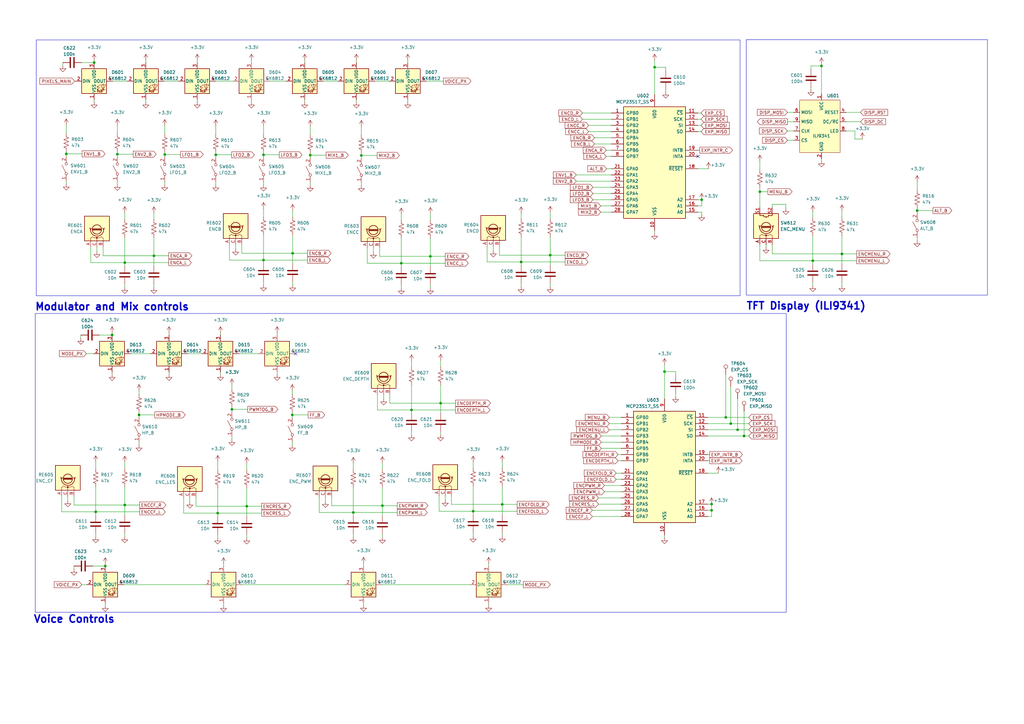
<source format=kicad_sch>
(kicad_sch (version 20231120) (generator "eeschema") (generator_version "8.0")
  (paper "A3")
  (junction (at 51.181 207.137))
  (junction (at 38.608 25.654))
  (junction (at 176.53 105.156))
  (junction (at 120.015 103.886))
  (junction (at 336.931 27.051))
  (junction (at 88.519 63.5))
  (junction (at 63.119 104.902))
  (junction (at 101.219 207.645))
  (junction (at 333.375 106.934))
  (junction (at 180.721 165.354))
  (junction (at 311.658 78.613))
  (junction (at 48.133 63.246))
  (junction (at 168.783 168.148))
  (junction (at 345.313 104.14))
  (junction (at 299.72 173.736))
  (junction (at 51.181 107.696))
  (junction (at 305.181 178.816))
  (junction (at 95.123 167.894))
  (junction (at 27.178 63.119))
  (junction (at 272.542 152.4))
  (junction (at 297.688 171.196))
  (junction (at 376.174 86.36))
  (junction (at 302.514 176.276))
  (junction (at 291.846 206.756))
  (junction (at 89.281 210.439))
  (junction (at 291.846 209.296))
  (junction (at 57.023 170.18))
  (junction (at 45.974 137.414))
  (junction (at 268.478 27.559))
  (junction (at 144.907 210.185))
  (junction (at 108.077 106.68))
  (junction (at 225.679 104.648))
  (junction (at 67.564 63.373))
  (junction (at 39.243 209.931))
  (junction (at 148.209 63.754))
  (junction (at 127.254 63.627))
  (junction (at 164.592 107.95))
  (junction (at 156.845 207.391))
  (junction (at 119.888 170.18))
  (junction (at 108.077 63.5))
  (junction (at 213.741 107.442))
  (junction (at 43.18 232.156))
  (junction (at 287.782 81.915))
  (junction (at 194.056 209.677))
  (junction (at 205.994 206.883))
  (no_connect (at 121.285 145.034))
  (no_connect (at 286.258 64.135))
  (wire (pts (xy 108.077 106.68) (xy 126.111 106.68)))
  (wire (pts (xy 376.174 85.471) (xy 376.174 86.36)))
  (wire (pts (xy 95.123 167.005) (xy 95.123 167.894)))
  (wire (pts (xy 246.634 183.896) (xy 254.762 183.896)))
  (wire (pts (xy 272.542 219.456) (xy 272.542 220.472)))
  (wire (pts (xy 176.53 87.63) (xy 176.53 90.17)))
  (wire (pts (xy 59.817 40.894) (xy 59.817 41.783)))
  (wire (pts (xy 30.353 207.137) (xy 51.181 207.137)))
  (wire (pts (xy 159.893 165.354) (xy 180.721 165.354)))
  (wire (pts (xy 39.243 209.931) (xy 39.243 199.771)))
  (wire (pts (xy 185.166 203.327) (xy 185.166 206.883)))
  (wire (pts (xy 202.311 101.092) (xy 202.311 102.87)))
  (wire (pts (xy 156.845 189.865) (xy 156.845 192.405)))
  (wire (pts (xy 243.205 81.915) (xy 250.698 81.915)))
  (wire (pts (xy 180.086 203.327) (xy 180.086 209.677)))
  (wire (pts (xy 277.114 152.4) (xy 272.542 152.4)))
  (wire (pts (xy 67.564 63.373) (xy 67.564 64.389)))
  (wire (pts (xy 127.254 63.627) (xy 133.731 63.627)))
  (wire (pts (xy 180.721 165.354) (xy 180.721 157.988)))
  (wire (pts (xy 43.18 231.267) (xy 43.18 232.156)))
  (wire (pts (xy 291.846 206.756) (xy 291.846 209.296)))
  (wire (pts (xy 63.119 116.586) (xy 63.119 117.856)))
  (wire (pts (xy 127.254 51.816) (xy 127.254 55.118)))
  (wire (pts (xy 180.721 147.828) (xy 180.721 150.368)))
  (wire (pts (xy 156.718 239.776) (xy 192.786 239.776)))
  (wire (pts (xy 51.181 116.586) (xy 51.181 117.856)))
  (wire (pts (xy 245.491 204.216) (xy 254.762 204.216)))
  (wire (pts (xy 333.375 115.824) (xy 333.375 117.094)))
  (wire (pts (xy 67.564 62.484) (xy 67.564 63.373)))
  (wire (pts (xy 30.353 232.156) (xy 30.353 233.426)))
  (wire (pts (xy 164.592 87.884) (xy 164.592 90.17)))
  (wire (pts (xy 253.492 188.976) (xy 254.762 188.976)))
  (wire (pts (xy 246.38 84.455) (xy 250.698 84.455)))
  (wire (pts (xy 91.694 231.267) (xy 91.694 232.156)))
  (wire (pts (xy 291.846 206.756) (xy 290.322 206.756)))
  (wire (pts (xy 204.851 104.648) (xy 225.679 104.648)))
  (wire (pts (xy 243.84 56.515) (xy 250.698 56.515)))
  (wire (pts (xy 268.478 27.559) (xy 268.478 38.735)))
  (wire (pts (xy 39.243 209.931) (xy 57.277 209.931)))
  (wire (pts (xy 99.187 100.33) (xy 99.187 103.886)))
  (wire (pts (xy 194.056 189.611) (xy 194.056 191.897)))
  (wire (pts (xy 287.528 53.975) (xy 286.258 53.975)))
  (wire (pts (xy 245.491 206.756) (xy 254.762 206.756)))
  (wire (pts (xy 89.281 210.439) (xy 89.281 211.709)))
  (wire (pts (xy 42.291 104.902) (xy 63.119 104.902)))
  (wire (pts (xy 225.679 104.648) (xy 225.679 108.712)))
  (wire (pts (xy 242.951 209.296) (xy 254.762 209.296)))
  (wire (pts (xy 290.322 188.976) (xy 291.084 188.976)))
  (wire (pts (xy 153.162 101.6) (xy 153.162 103.378)))
  (wire (pts (xy 247.904 201.676) (xy 254.762 201.676)))
  (wire (pts (xy 277.114 161.544) (xy 277.114 162.56)))
  (wire (pts (xy 345.313 104.14) (xy 351.409 104.14)))
  (wire (pts (xy 307.086 176.276) (xy 302.514 176.276)))
  (wire (pts (xy 48.133 63.246) (xy 48.133 64.262)))
  (wire (pts (xy 113.665 136.525) (xy 113.665 137.414)))
  (wire (pts (xy 154.813 161.798) (xy 154.813 168.148)))
  (wire (pts (xy 69.342 152.654) (xy 69.342 153.543)))
  (wire (pts (xy 297.688 153.67) (xy 297.688 171.196)))
  (wire (pts (xy 294.64 194.056) (xy 290.322 194.056)))
  (wire (pts (xy 57.023 170.18) (xy 57.023 171.196)))
  (wire (pts (xy 59.817 24.765) (xy 59.817 25.654)))
  (wire (pts (xy 108.077 106.68) (xy 108.077 96.52)))
  (wire (pts (xy 37.973 232.156) (xy 43.18 232.156)))
  (wire (pts (xy 80.391 207.645) (xy 101.219 207.645)))
  (wire (pts (xy 249.936 171.196) (xy 254.762 171.196)))
  (wire (pts (xy 299.72 173.736) (xy 290.322 173.736)))
  (wire (pts (xy 236.347 74.295) (xy 250.698 74.295)))
  (wire (pts (xy 200.406 247.396) (xy 200.406 248.158)))
  (wire (pts (xy 119.888 160.274) (xy 119.888 161.671)))
  (wire (pts (xy 51.181 207.137) (xy 57.277 207.137)))
  (wire (pts (xy 37.211 101.346) (xy 37.211 107.696)))
  (wire (pts (xy 27.178 74.295) (xy 27.178 75.438)))
  (wire (pts (xy 25.273 203.581) (xy 25.273 209.931)))
  (wire (pts (xy 167.259 40.894) (xy 167.259 41.783)))
  (wire (pts (xy 272.542 152.4) (xy 272.542 163.576)))
  (wire (pts (xy 287.528 51.435) (xy 286.258 51.435)))
  (wire (pts (xy 133.477 203.835) (xy 133.477 205.613)))
  (wire (pts (xy 51.181 107.696) (xy 69.215 107.696)))
  (wire (pts (xy 61.722 145.034) (xy 53.594 145.034)))
  (wire (pts (xy 311.658 78.613) (xy 311.658 85.09)))
  (wire (pts (xy 302.514 176.276) (xy 290.322 176.276)))
  (wire (pts (xy 127.254 63.627) (xy 127.254 64.643)))
  (wire (pts (xy 246.634 181.356) (xy 254.762 181.356)))
  (wire (pts (xy 350.647 53.721) (xy 347.091 53.721)))
  (wire (pts (xy 199.771 101.092) (xy 199.771 107.442)))
  (wire (pts (xy 90.424 136.525) (xy 90.424 137.414)))
  (wire (pts (xy 291.846 209.296) (xy 291.846 211.836)))
  (wire (pts (xy 336.931 27.051) (xy 336.931 38.481)))
  (wire (pts (xy 57.023 160.274) (xy 57.023 161.671)))
  (wire (pts (xy 94.107 106.68) (xy 108.077 106.68)))
  (wire (pts (xy 95.123 157.988) (xy 95.123 159.385)))
  (wire (pts (xy 33.528 239.776) (xy 35.56 239.776)))
  (wire (pts (xy 144.907 210.185) (xy 144.907 211.455)))
  (wire (pts (xy 120.015 86.36) (xy 120.015 88.9)))
  (wire (pts (xy 30.353 203.581) (xy 30.353 207.137)))
  (wire (pts (xy 77.851 204.089) (xy 77.851 205.867)))
  (wire (pts (xy 350.647 57.023) (xy 353.695 57.023)))
  (wire (pts (xy 176.53 105.156) (xy 176.53 109.22)))
  (wire (pts (xy 316.738 104.14) (xy 345.313 104.14)))
  (wire (pts (xy 248.666 61.595) (xy 250.698 61.595)))
  (wire (pts (xy 113.665 152.654) (xy 113.665 153.543)))
  (wire (pts (xy 345.313 104.14) (xy 345.313 96.774)))
  (wire (pts (xy 51.181 87.249) (xy 51.181 89.916)))
  (wire (pts (xy 25.273 209.931) (xy 39.243 209.931)))
  (wire (pts (xy 316.738 100.33) (xy 316.738 104.14)))
  (wire (pts (xy 376.174 97.536) (xy 376.174 98.679)))
  (wire (pts (xy 168.783 168.148) (xy 168.783 169.418)))
  (wire (pts (xy 213.741 107.442) (xy 213.741 97.282)))
  (wire (pts (xy 180.086 209.677) (xy 194.056 209.677)))
  (wire (pts (xy 82.804 145.034) (xy 76.962 145.034)))
  (wire (pts (xy 89.281 189.357) (xy 89.281 192.659)))
  (wire (pts (xy 287.528 48.895) (xy 286.258 48.895)))
  (wire (pts (xy 345.313 115.824) (xy 345.313 117.094)))
  (wire (pts (xy 108.077 85.598) (xy 108.077 88.9)))
  (wire (pts (xy 63.119 87.376) (xy 63.119 89.916)))
  (wire (pts (xy 241.427 53.975) (xy 250.698 53.975)))
  (wire (pts (xy 311.658 106.934) (xy 333.375 106.934)))
  (wire (pts (xy 33.147 137.414) (xy 33.147 138.684)))
  (wire (pts (xy 154.813 168.148) (xy 168.783 168.148)))
  (wire (pts (xy 376.174 74.549) (xy 376.174 77.851)))
  (wire (pts (xy 149.098 231.14) (xy 149.098 232.156)))
  (wire (pts (xy 350.647 57.023) (xy 350.647 53.721)))
  (wire (pts (xy 37.211 107.696) (xy 51.181 107.696)))
  (wire (pts (xy 316.738 83.82) (xy 322.326 83.82)))
  (wire (pts (xy 238.887 46.355) (xy 250.698 46.355)))
  (wire (pts (xy 291.846 209.296) (xy 290.322 209.296)))
  (wire (pts (xy 311.658 77.089) (xy 311.658 78.613)))
  (wire (pts (xy 25.781 25.654) (xy 25.781 26.924)))
  (wire (pts (xy 164.592 107.95) (xy 164.592 97.79)))
  (wire (pts (xy 43.18 247.396) (xy 43.18 248.285)))
  (wire (pts (xy 108.077 63.5) (xy 108.077 64.516)))
  (wire (pts (xy 75.311 210.439) (xy 89.281 210.439)))
  (wire (pts (xy 130.937 210.185) (xy 144.907 210.185)))
  (wire (pts (xy 194.056 209.677) (xy 194.056 199.517)))
  (wire (pts (xy 101.219 219.329) (xy 101.219 220.599)))
  (wire (pts (xy 88.519 74.676) (xy 88.519 75.819)))
  (wire (pts (xy 144.907 219.075) (xy 144.907 220.345)))
  (wire (pts (xy 108.077 115.57) (xy 108.077 116.84)))
  (wire (pts (xy 40.767 137.414) (xy 45.974 137.414)))
  (wire (pts (xy 110.744 33.274) (xy 117.348 33.274)))
  (wire (pts (xy 63.119 104.902) (xy 63.119 97.536)))
  (wire (pts (xy 127.254 62.738) (xy 127.254 63.627)))
  (wire (pts (xy 174.879 33.274) (xy 181.864 33.274)))
  (wire (pts (xy 136.017 207.391) (xy 156.845 207.391)))
  (wire (pts (xy 247.904 199.136) (xy 254.762 199.136)))
  (wire (pts (xy 124.968 24.765) (xy 124.968 25.654)))
  (wire (pts (xy 120.015 103.886) (xy 120.015 107.95)))
  (wire (pts (xy 88.519 51.689) (xy 88.519 54.991)))
  (wire (pts (xy 156.845 207.391) (xy 156.845 200.025)))
  (wire (pts (xy 168.783 177.038) (xy 168.783 178.308)))
  (wire (pts (xy 248.666 64.135) (xy 250.698 64.135)))
  (wire (pts (xy 35.433 145.034) (xy 38.354 145.034)))
  (wire (pts (xy 88.519 63.5) (xy 88.519 64.516)))
  (wire (pts (xy 148.209 63.754) (xy 148.209 64.77)))
  (wire (pts (xy 238.887 48.895) (xy 250.698 48.895)))
  (wire (pts (xy 311.658 100.33) (xy 311.658 106.934)))
  (wire (pts (xy 345.313 104.14) (xy 345.313 108.204)))
  (wire (pts (xy 297.688 171.196) (xy 290.322 171.196)))
  (wire (pts (xy 273.05 29.083) (xy 273.05 27.559)))
  (wire (pts (xy 96.647 100.33) (xy 96.647 102.108)))
  (wire (pts (xy 51.181 107.696) (xy 51.181 97.536)))
  (wire (pts (xy 213.741 107.442) (xy 231.775 107.442)))
  (wire (pts (xy 101.219 207.645) (xy 107.315 207.645)))
  (wire (pts (xy 333.375 86.868) (xy 333.375 89.154)))
  (wire (pts (xy 148.209 74.93) (xy 148.209 76.073)))
  (wire (pts (xy 180.721 165.354) (xy 180.721 169.418)))
  (wire (pts (xy 314.198 100.33) (xy 314.198 101.346)))
  (wire (pts (xy 51.181 218.821) (xy 51.181 220.091)))
  (wire (pts (xy 101.219 207.645) (xy 101.219 211.709)))
  (wire (pts (xy 277.114 153.924) (xy 277.114 152.4)))
  (wire (pts (xy 307.086 171.196) (xy 297.688 171.196)))
  (wire (pts (xy 322.961 53.721) (xy 325.501 53.721)))
  (wire (pts (xy 38.608 24.765) (xy 38.608 25.654)))
  (wire (pts (xy 336.931 65.151) (xy 336.931 65.913)))
  (wire (pts (xy 38.608 40.894) (xy 38.608 41.783)))
  (wire (pts (xy 39.243 209.931) (xy 39.243 211.201)))
  (wire (pts (xy 103.124 24.765) (xy 103.124 25.654)))
  (wire (pts (xy 88.519 63.5) (xy 94.996 63.5)))
  (wire (pts (xy 213.741 107.442) (xy 213.741 108.712)))
  (wire (pts (xy 333.375 106.934) (xy 333.375 108.204)))
  (wire (pts (xy 302.514 163.576) (xy 302.514 176.276)))
  (wire (pts (xy 168.783 168.148) (xy 168.783 157.988)))
  (wire (pts (xy 225.679 116.332) (xy 225.679 117.602)))
  (wire (pts (xy 101.219 207.645) (xy 101.219 200.279)))
  (wire (pts (xy 155.702 105.156) (xy 176.53 105.156)))
  (wire (pts (xy 246.634 178.816) (xy 254.762 178.816)))
  (wire (pts (xy 45.974 136.525) (xy 45.974 137.414)))
  (wire (pts (xy 27.178 62.23) (xy 27.178 63.119)))
  (wire (pts (xy 176.53 105.156) (xy 176.53 97.79)))
  (wire (pts (xy 89.281 219.329) (xy 89.281 220.599)))
  (wire (pts (xy 249.936 173.736) (xy 254.762 173.736)))
  (wire (pts (xy 48.133 74.422) (xy 48.133 75.565)))
  (wire (pts (xy 48.133 63.246) (xy 54.61 63.246)))
  (wire (pts (xy 272.542 149.606) (xy 272.542 152.4)))
  (wire (pts (xy 149.098 247.396) (xy 149.098 248.158)))
  (wire (pts (xy 95.123 167.894) (xy 101.6 167.894)))
  (wire (pts (xy 332.613 27.051) (xy 336.931 27.051)))
  (wire (pts (xy 180.721 165.354) (xy 186.817 165.354)))
  (wire (pts (xy 299.72 158.623) (xy 299.72 173.736)))
  (wire (pts (xy 48.133 62.357) (xy 48.133 63.246)))
  (wire (pts (xy 75.311 204.089) (xy 75.311 210.439)))
  (wire (pts (xy 199.771 107.442) (xy 213.741 107.442)))
  (wire (pts (xy 144.907 210.185) (xy 162.941 210.185)))
  (wire (pts (xy 130.937 203.835) (xy 130.937 210.185)))
  (wire (pts (xy 51.181 207.137) (xy 51.181 199.771)))
  (wire (pts (xy 39.243 189.484) (xy 39.243 192.151)))
  (wire (pts (xy 42.291 101.346) (xy 42.291 104.902)))
  (wire (pts (xy 63.119 104.902) (xy 69.215 104.902)))
  (wire (pts (xy 205.994 206.883) (xy 205.994 199.517)))
  (wire (pts (xy 194.056 209.677) (xy 212.09 209.677)))
  (wire (pts (xy 146.177 24.765) (xy 146.177 25.654)))
  (wire (pts (xy 159.893 161.798) (xy 159.893 165.354)))
  (wire (pts (xy 108.077 62.611) (xy 108.077 63.5)))
  (wire (pts (xy 252.73 196.596) (xy 254.762 196.596)))
  (wire (pts (xy 120.015 103.886) (xy 126.111 103.886)))
  (wire (pts (xy 94.107 100.33) (xy 94.107 106.68)))
  (wire (pts (xy 180.721 177.038) (xy 180.721 178.308)))
  (wire (pts (xy 33.401 25.654) (xy 38.608 25.654)))
  (wire (pts (xy 144.907 190.119) (xy 144.907 192.405)))
  (wire (pts (xy 119.888 169.291) (xy 119.888 170.18)))
  (wire (pts (xy 155.702 101.6) (xy 155.702 105.156)))
  (wire (pts (xy 67.564 63.373) (xy 74.041 63.373)))
  (wire (pts (xy 273.05 36.703) (xy 273.05 37.719)))
  (wire (pts (xy 287.782 86.995) (xy 286.258 86.995)))
  (wire (pts (xy 213.741 116.332) (xy 213.741 117.602)))
  (wire (pts (xy 132.588 33.274) (xy 138.557 33.274)))
  (wire (pts (xy 347.091 46.101) (xy 352.933 46.101)))
  (wire (pts (xy 148.209 63.754) (xy 154.686 63.754)))
  (wire (pts (xy 242.951 211.836) (xy 254.762 211.836)))
  (wire (pts (xy 27.178 63.119) (xy 27.178 64.135)))
  (wire (pts (xy 311.658 78.613) (xy 314.96 78.613)))
  (wire (pts (xy 120.015 115.57) (xy 120.015 116.84)))
  (wire (pts (xy 27.178 51.308) (xy 27.178 54.61)))
  (wire (pts (xy 89.281 210.439) (xy 107.315 210.439)))
  (wire (pts (xy 345.313 86.614) (xy 345.313 89.154)))
  (wire (pts (xy 57.023 181.356) (xy 57.023 182.499)))
  (wire (pts (xy 268.478 94.615) (xy 268.478 95.631)))
  (wire (pts (xy 287.528 46.355) (xy 286.258 46.355)))
  (wire (pts (xy 322.961 57.531) (xy 325.501 57.531)))
  (wire (pts (xy 148.209 62.865) (xy 148.209 63.754)))
  (wire (pts (xy 153.797 33.274) (xy 159.639 33.274)))
  (wire (pts (xy 95.123 179.07) (xy 95.123 180.213)))
  (wire (pts (xy 205.994 189.357) (xy 205.994 191.897)))
  (wire (pts (xy 108.077 106.68) (xy 108.077 107.95)))
  (wire (pts (xy 164.592 116.84) (xy 164.592 118.11)))
  (wire (pts (xy 305.181 168.656) (xy 305.181 178.816)))
  (wire (pts (xy 176.53 116.84) (xy 176.53 118.11)))
  (wire (pts (xy 213.741 87.376) (xy 213.741 89.662)))
  (wire (pts (xy 144.907 210.185) (xy 144.907 200.025)))
  (wire (pts (xy 252.73 194.056) (xy 254.762 194.056)))
  (wire (pts (xy 119.888 170.18) (xy 119.888 171.196)))
  (wire (pts (xy 286.258 61.595) (xy 287.02 61.595)))
  (wire (pts (xy 103.124 40.894) (xy 103.124 41.783)))
  (wire (pts (xy 146.177 40.894) (xy 146.177 41.783)))
  (wire (pts (xy 200.406 231.14) (xy 200.406 232.156)))
  (wire (pts (xy 168.783 148.082) (xy 168.783 150.368)))
  (wire (pts (xy 69.342 136.525) (xy 69.342 137.414)))
  (wire (pts (xy 376.174 86.36) (xy 376.174 87.376)))
  (wire (pts (xy 63.119 104.902) (xy 63.119 108.966)))
  (wire (pts (xy 307.086 173.736) (xy 299.72 173.736)))
  (wire (pts (xy 45.974 152.654) (xy 45.974 153.543)))
  (wire (pts (xy 332.613 35.941) (xy 332.613 36.703)))
  (wire (pts (xy 311.658 66.167) (xy 311.658 69.469)))
  (wire (pts (xy 241.427 51.435) (xy 250.698 51.435)))
  (wire (pts (xy 88.519 33.274) (xy 95.504 33.274)))
  (wire (pts (xy 27.178 63.119) (xy 33.655 63.119)))
  (wire (pts (xy 287.782 81.915) (xy 286.258 81.915)))
  (wire (pts (xy 316.738 85.09) (xy 316.738 83.82)))
  (wire (pts (xy 98.044 145.034) (xy 106.045 145.034)))
  (wire (pts (xy 80.391 204.089) (xy 80.391 207.645)))
  (wire (pts (xy 148.209 51.943) (xy 148.209 55.245)))
  (wire (pts (xy 80.899 24.765) (xy 80.899 25.654)))
  (wire (pts (xy 249.936 176.276) (xy 254.762 176.276)))
  (wire (pts (xy 291.846 211.836) (xy 290.322 211.836)))
  (wire (pts (xy 243.205 76.835) (xy 250.698 76.835)))
  (wire (pts (xy 30.607 33.274) (xy 30.988 33.274)))
  (wire (pts (xy 225.679 104.648) (xy 231.775 104.648)))
  (wire (pts (xy 108.077 63.5) (xy 114.554 63.5)))
  (wire (pts (xy 84.074 239.776) (xy 50.8 239.776)))
  (wire (pts (xy 136.017 203.835) (xy 136.017 207.391)))
  (wire (pts (xy 108.077 51.689) (xy 108.077 54.991)))
  (wire (pts (xy 90.424 152.654) (xy 90.424 153.543)))
  (wire (pts (xy 91.694 247.396) (xy 91.694 248.285)))
  (wire (pts (xy 273.05 27.559) (xy 268.478 27.559)))
  (wire (pts (xy 194.056 218.567) (xy 194.056 219.837)))
  (wire (pts (xy 51.181 107.696) (xy 51.181 108.966)))
  (wire (pts (xy 48.133 51.435) (xy 48.133 54.737)))
  (wire (pts (xy 253.492 186.436) (xy 254.762 186.436)))
  (wire (pts (xy 322.326 83.82) (xy 322.326 85.471)))
  (wire (pts (xy 185.166 206.883) (xy 205.994 206.883)))
  (wire (pts (xy 156.845 207.391) (xy 162.941 207.391)))
  (wire (pts (xy 287.782 81.915) (xy 287.782 84.455)))
  (wire (pts (xy 243.84 59.055) (xy 250.698 59.055)))
  (wire (pts (xy 67.437 33.274) (xy 73.279 33.274)))
  (wire (pts (xy 108.077 74.676) (xy 108.077 75.819)))
  (wire (pts (xy 88.519 62.611) (xy 88.519 63.5)))
  (wire (pts (xy 376.174 86.36) (xy 382.651 86.36)))
  (wire (pts (xy 99.314 239.776) (xy 141.478 239.776)))
  (wire (pts (xy 167.259 24.765) (xy 167.259 25.654)))
  (wire (pts (xy 164.592 107.95) (xy 182.626 107.95)))
  (wire (pts (xy 51.181 189.611) (xy 51.181 192.151)))
  (wire (pts (xy 205.994 206.883) (xy 205.994 210.947)))
  (wire (pts (xy 305.181 178.816) (xy 290.322 178.816)))
  (wire (pts (xy 287.782 88.011) (xy 287.782 86.995)))
  (wire (pts (xy 248.793 69.215) (xy 250.698 69.215)))
  (wire (pts (xy 246.38 86.995) (xy 250.698 86.995)))
  (wire (pts (xy 333.375 106.934) (xy 333.375 96.774)))
  (wire (pts (xy 287.782 84.455) (xy 286.258 84.455)))
  (wire (pts (xy 225.679 87.122) (xy 225.679 89.662)))
  (wire (pts (xy 156.845 219.075) (xy 156.845 220.345)))
  (wire (pts (xy 194.056 209.677) (xy 194.056 210.947)))
  (wire (pts (xy 164.592 107.95) (xy 164.592 109.22)))
  (wire (pts (xy 120.015 103.886) (xy 120.015 96.52)))
  (wire (pts (xy 225.679 104.648) (xy 225.679 97.282)))
  (wire (pts (xy 182.626 203.327) (xy 182.626 205.105)))
  (wire (pts (xy 119.888 170.18) (xy 126.365 170.18)))
  (wire (pts (xy 268.478 24.765) (xy 268.478 27.559)))
  (wire (pts (xy 290.576 69.215) (xy 286.258 69.215)))
  (wire (pts (xy 168.783 168.148) (xy 186.817 168.148)))
  (wire (pts (xy 51.181 207.137) (xy 51.181 211.201)))
  (wire (pts (xy 322.961 46.101) (xy 325.501 46.101)))
  (wire (pts (xy 67.564 74.549) (xy 67.564 75.692)))
  (wire (pts (xy 236.347 71.755) (xy 250.698 71.755)))
  (wire (pts (xy 150.622 107.95) (xy 164.592 107.95)))
  (wire (pts (xy 290.322 186.436) (xy 291.084 186.436)))
  (wire (pts (xy 57.023 169.291) (xy 57.023 170.18)))
  (wire (pts (xy 67.564 51.562) (xy 67.564 54.864)))
  (wire (pts (xy 27.813 203.581) (xy 27.813 205.359)))
  (wire (pts (xy 150.622 101.6) (xy 150.622 107.95)))
  (wire (pts (xy 89.281 210.439) (xy 89.281 200.279)))
  (wire (pts (xy 39.243 218.821) (xy 39.243 220.091)))
  (wire (pts (xy 57.023 170.18) (xy 63.5 170.18)))
  (wire (pts (xy 332.613 28.321) (xy 332.613 27.051)))
  (wire (pts (xy 127.254 74.803) (xy 127.254 75.946)))
  (wire (pts (xy 176.53 105.156) (xy 182.626 105.156)))
  (wire (pts (xy 243.205 79.375) (xy 250.698 79.375)))
  (wire (pts (xy 347.091 49.911) (xy 352.933 49.911)))
  (wire (pts (xy 336.931 26.289) (xy 336.931 27.051)))
  (wire (pts (xy 99.187 103.886) (xy 120.015 103.886)))
  (wire (pts (xy 156.845 207.391) (xy 156.845 211.455)))
  (wire (pts (xy 333.375 106.934) (xy 351.409 106.934)))
  (wire (pts (xy 157.353 161.798) (xy 157.353 163.576)))
  (wire (pts (xy 204.851 101.092) (xy 204.851 104.648)))
  (wire (pts (xy 205.994 218.567) (xy 205.994 219.837)))
  (wire (pts (xy 46.228 33.274) (xy 52.197 33.274)))
  (wire (pts (xy 101.219 190.119) (xy 101.219 192.659)))
  (wire (pts (xy 119.888 181.356) (xy 119.888 182.499)))
  (wire (pts (xy 208.026 239.776) (xy 214.63 239.776)))
  (wire (pts (xy 322.961 49.911) (xy 325.501 49.911)))
  (wire (pts (xy 307.086 178.816) (xy 305.181 178.816)))
  (wire (pts (xy 80.899 40.894) (xy 80.899 41.783)))
  (wire (pts (xy 205.994 206.883) (xy 212.09 206.883)))
  (wire (pts (xy 39.751 101.346) (xy 39.751 103.124)))
  (wire (pts (xy 95.123 167.894) (xy 95.123 168.91)))
  (wire (pts (xy 124.968 40.894) (xy 124.968 41.783)))
  (rectangle (start 14.859 16.383) (end 303.53 121.285))
  (rectangle (start 14.478 128.5748) (end 322.453 251.1298))
  (rectangle (start 306.07 16.256) (end 405.003 121.031))
  (text "Modulator and Mix controls" (at 14.224 127.7112 0) (effects (font (size 3 3) (thickness 0.6) (bold yes)) (justify left bottom)))
  (text "TFT Display (ILI9341)" (at 305.943 127.381 0) (effects (font (size 3 3) (thickness 0.6) (bold yes)) (justify left bottom)))
  (text "Voice Controls" (at 13.6144 255.8288 0) (effects (font (size 3 3) (thickness 0.6) (bold yes)) (justify left bottom)))
  (global_label "ENCD_R" (shape input) (at 238.887 46.355 180) (property "Intersheetrefs" "${INTERSHEET_REFS}" (effects (hide yes))))
  (global_label "ENCC_R" (shape output) (at 182.626 105.156 0) (property "Intersheetrefs" "${INTERSHEET_REFS}" (effects (hide yes))))
  (global_label "ENCPWM_L" (shape output) (at 162.941 210.185 0) (property "Intersheetrefs" "${INTERSHEET_REFS}" (effects (hide yes))))
  (global_label "ENCB_L" (shape output) (at 126.111 106.68 0) (property "Intersheetrefs" "${INTERSHEET_REFS}" (effects (hide yes))))
  (global_label "VOICE_PX" (shape output) (at 181.864 33.274 0) (property "Intersheetrefs" "${INTERSHEET_REFS}" (effects (hide yes))))
  (global_label "DISP_RST" (shape input) (at 352.933 46.101 0) (property "Intersheetrefs" "${INTERSHEET_REFS}" (effects (hide yes))))
  (global_label "ENCA_R" (shape output) (at 69.215 104.902 0) (property "Intersheetrefs" "${INTERSHEET_REFS}" (effects (hide yes))))
  (global_label "ENCFOLD_L" (shape output) (at 212.09 209.677 0) (property "Intersheetrefs" "${INTERSHEET_REFS}" (effects (hide yes))))
  (global_label "ENCB_R" (shape output) (at 126.111 103.886 0) (property "Intersheetrefs" "${INTERSHEET_REFS}" (effects (hide yes))))
  (global_label "ENV1_B" (shape output) (at 33.655 63.119 0) (property "Intersheetrefs" "${INTERSHEET_REFS}" (effects (hide yes))))
  (global_label "MIX2_B" (shape output) (at 154.686 63.754 0) (property "Intersheetrefs" "${INTERSHEET_REFS}" (effects (hide yes))))
  (global_label "ENCDEPTH_L" (shape output) (at 186.817 168.148 0) (property "Intersheetrefs" "${INTERSHEET_REFS}" (effects (hide yes))))
  (global_label "ENCC_R" (shape input) (at 241.427 51.435 180) (property "Intersheetrefs" "${INTERSHEET_REFS}" (effects (hide yes))))
  (global_label "HPMODE_B" (shape output) (at 63.5 170.18 0) (property "Intersheetrefs" "${INTERSHEET_REFS}" (effects (hide yes))))
  (global_label "LFO1_B" (shape input) (at 243.205 76.835 180) (property "Intersheetrefs" "${INTERSHEET_REFS}" (effects (hide yes))))
  (global_label "LFO3_B" (shape output) (at 114.554 63.5 0) (property "Intersheetrefs" "${INTERSHEET_REFS}" (effects (hide yes))))
  (global_label "ENCPWM_R" (shape input) (at 247.904 199.136 180) (property "Intersheetrefs" "${INTERSHEET_REFS}" (effects (hide yes))))
  (global_label "ENCMENU_R" (shape output) (at 351.409 104.14 0) (property "Intersheetrefs" "${INTERSHEET_REFS}" (effects (hide yes))))
  (global_label "ENCC_L" (shape output) (at 182.626 107.95 0) (property "Intersheetrefs" "${INTERSHEET_REFS}" (effects (hide yes))))
  (global_label "ENCMENU_R" (shape input) (at 249.936 173.736 180) (property "Intersheetrefs" "${INTERSHEET_REFS}" (effects (hide yes))))
  (global_label "ENV2_B" (shape output) (at 54.61 63.246 0) (property "Intersheetrefs" "${INTERSHEET_REFS}" (effects (hide yes))))
  (global_label "ENCFOLD_R" (shape output) (at 212.09 206.883 0) (property "Intersheetrefs" "${INTERSHEET_REFS}" (effects (hide yes))))
  (global_label "ENCRES_L" (shape input) (at 245.491 206.756 180) (property "Intersheetrefs" "${INTERSHEET_REFS}" (effects (hide yes))))
  (global_label "ALT_B" (shape output) (at 382.651 86.36 0) (property "Intersheetrefs" "${INTERSHEET_REFS}" (effects (hide yes))))
  (global_label "ENCDEPTH_R" (shape input) (at 253.492 186.436 180) (property "Intersheetrefs" "${INTERSHEET_REFS}" (effects (hide yes))))
  (global_label "EXP_MOSI" (shape input) (at 287.528 51.435 0) (property "Intersheetrefs" "${INTERSHEET_REFS}" (effects (hide yes))))
  (global_label "DISP_MISO" (shape output) (at 322.961 49.911 180) (property "Intersheetrefs" "${INTERSHEET_REFS}" (effects (hide yes))))
  (global_label "DISP_SCK" (shape input) (at 322.961 53.721 180) (property "Intersheetrefs" "${INTERSHEET_REFS}" (effects (hide yes))))
  (global_label "ENCCF_R" (shape output) (at 57.277 207.137 0) (property "Intersheetrefs" "${INTERSHEET_REFS}" (effects (hide yes))))
  (global_label "ENCPWM_R" (shape output) (at 162.941 207.391 0) (property "Intersheetrefs" "${INTERSHEET_REFS}" (effects (hide yes))))
  (global_label "DISP_MOSI" (shape input) (at 322.961 46.101 180) (property "Intersheetrefs" "${INTERSHEET_REFS}" (effects (hide yes))))
  (global_label "MIX1_B" (shape input) (at 246.38 84.455 180) (property "Intersheetrefs" "${INTERSHEET_REFS}" (effects (hide yes))))
  (global_label "ENCDEPTH_L" (shape input) (at 253.492 188.976 180) (property "Intersheetrefs" "${INTERSHEET_REFS}" (effects (hide yes))))
  (global_label "LFO2_B" (shape input) (at 243.205 79.375 180) (property "Intersheetrefs" "${INTERSHEET_REFS}" (effects (hide yes))))
  (global_label "LFO1_B" (shape output) (at 74.041 63.373 0) (property "Intersheetrefs" "${INTERSHEET_REFS}" (effects (hide yes))))
  (global_label "ENCRES_R" (shape input) (at 245.491 204.216 180) (property "Intersheetrefs" "${INTERSHEET_REFS}" (effects (hide yes))))
  (global_label "DISP_DC" (shape input) (at 352.933 49.911 0) (property "Intersheetrefs" "${INTERSHEET_REFS}" (effects (hide yes))))
  (global_label "PIXELS_MAIN" (shape input) (at 30.607 33.274 180) (property "Intersheetrefs" "${INTERSHEET_REFS}" (effects (hide yes))))
  (global_label "MENU_B" (shape input) (at 249.936 171.196 180) (property "Intersheetrefs" "${INTERSHEET_REFS}" (effects (hide yes))))
  (global_label "ENCA_L" (shape output) (at 69.215 107.696 0) (property "Intersheetrefs" "${INTERSHEET_REFS}" (effects (hide yes))))
  (global_label "ENCRES_R" (shape output) (at 107.315 207.645 0) (property "Intersheetrefs" "${INTERSHEET_REFS}" (effects (hide yes))))
  (global_label "EXP_CS" (shape input) (at 287.528 46.355 0) (property "Intersheetrefs" "${INTERSHEET_REFS}" (effects (hide yes))))
  (global_label "DISP_CS" (shape input) (at 322.961 57.531 180) (property "Intersheetrefs" "${INTERSHEET_REFS}" (effects (hide yes))))
  (global_label "ENCMENU_L" (shape input) (at 249.936 176.276 180) (property "Intersheetrefs" "${INTERSHEET_REFS}" (effects (hide yes))))
  (global_label "ENCCF_L" (shape input) (at 242.951 211.836 180) (property "Intersheetrefs" "${INTERSHEET_REFS}" (effects (hide yes))))
  (global_label "ENCD_L" (shape output) (at 231.775 107.442 0) (property "Intersheetrefs" "${INTERSHEET_REFS}" (effects (hide yes))))
  (global_label "ENCD_R" (shape output) (at 231.775 104.648 0) (property "Intersheetrefs" "${INTERSHEET_REFS}" (effects (hide yes))))
  (global_label "EXP_INTR_A" (shape output) (at 291.084 188.976 0) (property "Intersheetrefs" "${INTERSHEET_REFS}" (effects (hide yes))))
  (global_label "ENCRES_L" (shape output) (at 107.315 210.439 0) (property "Intersheetrefs" "${INTERSHEET_REFS}" (effects (hide yes))))
  (global_label "LFO2_B" (shape output) (at 94.996 63.5 0) (property "Intersheetrefs" "${INTERSHEET_REFS}" (effects (hide yes))))
  (global_label "LFO3_B" (shape input) (at 243.205 81.915 180) (property "Intersheetrefs" "${INTERSHEET_REFS}" (effects (hide yes))))
  (global_label "ENCD_L" (shape input) (at 238.887 48.895 180) (property "Intersheetrefs" "${INTERSHEET_REFS}" (effects (hide yes))))
  (global_label "EXP_MISO" (shape input) (at 287.528 53.975 0) (property "Intersheetrefs" "${INTERSHEET_REFS}" (effects (hide yes))))
  (global_label "VOICE_PX" (shape input) (at 33.528 239.776 180) (property "Intersheetrefs" "${INTERSHEET_REFS}" (effects (hide yes))))
  (global_label "FF_B" (shape input) (at 246.634 183.896 180) (property "Intersheetrefs" "${INTERSHEET_REFS}" (effects (hide yes))))
  (global_label "FF_B" (shape output) (at 126.365 170.18 0) (property "Intersheetrefs" "${INTERSHEET_REFS}" (effects (hide yes))))
  (global_label "ENV1_B" (shape input) (at 236.347 71.755 180) (property "Intersheetrefs" "${INTERSHEET_REFS}" (effects (hide yes))))
  (global_label "ENCC_L" (shape input) (at 241.427 53.975 180) (property "Intersheetrefs" "${INTERSHEET_REFS}" (effects (hide yes))))
  (global_label "ENCFOLD_R" (shape input) (at 252.73 194.056 180) (property "Intersheetrefs" "${INTERSHEET_REFS}" (effects (hide yes))))
  (global_label "ENCPWM_L" (shape input) (at 247.904 201.676 180) (property "Intersheetrefs" "${INTERSHEET_REFS}" (effects (hide yes))))
  (global_label "ENCDEPTH_R" (shape output) (at 186.817 165.354 0) (property "Intersheetrefs" "${INTERSHEET_REFS}" (effects (hide yes))))
  (global_label "EXP_MOSI" (shape input) (at 307.086 176.276 0) (property "Intersheetrefs" "${INTERSHEET_REFS}" (effects (hide yes))))
  (global_label "MIX2_B" (shape input) (at 246.38 86.995 180) (property "Intersheetrefs" "${INTERSHEET_REFS}" (effects (hide yes))))
  (global_label "EXP_INTR_B" (shape output) (at 291.084 186.436 0) (property "Intersheetrefs" "${INTERSHEET_REFS}" (effects (hide yes))))
  (global_label "EXP_INTR_C" (shape output) (at 287.02 61.595 0) (property "Intersheetrefs" "${INTERSHEET_REFS}" (effects (hide yes))))
  (global_label "ENCA_R" (shape input) (at 248.666 61.595 180) (property "Intersheetrefs" "${INTERSHEET_REFS}" (effects (hide yes))))
  (global_label "ENCCF_L" (shape output) (at 57.277 209.931 0) (property "Intersheetrefs" "${INTERSHEET_REFS}" (effects (hide yes))))
  (global_label "EXP_SCK" (shape input) (at 307.086 173.736 0) (property "Intersheetrefs" "${INTERSHEET_REFS}" (effects (hide yes))))
  (global_label "ENCMENU_L" (shape output) (at 351.409 106.934 0) (property "Intersheetrefs" "${INTERSHEET_REFS}" (effects (hide yes))))
  (global_label "EXP_MISO" (shape input) (at 307.086 178.816 0) (property "Intersheetrefs" "${INTERSHEET_REFS}" (effects (hide yes))))
  (global_label "ENCFOLD_L" (shape input) (at 252.73 196.596 180) (property "Intersheetrefs" "${INTERSHEET_REFS}" (effects (hide yes))))
  (global_label "PWMTOG_B" (shape output) (at 101.6 167.894 0) (property "Intersheetrefs" "${INTERSHEET_REFS}" (effects (hide yes))))
  (global_label "ENCB_R" (shape input) (at 243.84 56.515 180) (property "Intersheetrefs" "${INTERSHEET_REFS}" (effects (hide yes))))
  (global_label "EXP_SCK" (shape input) (at 287.528 48.895 0) (property "Intersheetrefs" "${INTERSHEET_REFS}" (effects (hide yes))))
  (global_label "MIX1_B" (shape output) (at 133.731 63.627 0) (property "Intersheetrefs" "${INTERSHEET_REFS}" (effects (hide yes))))
  (global_label "PWMTOG_B" (shape input) (at 246.634 178.816 180) (property "Intersheetrefs" "${INTERSHEET_REFS}" (effects (hide yes))))
  (global_label "MODE_PX" (shape input) (at 35.433 145.034 180) (property "Intersheetrefs" "${INTERSHEET_REFS}" (effects (hide yes))))
  (global_label "ENCB_L" (shape input) (at 243.84 59.055 180) (property "Intersheetrefs" "${INTERSHEET_REFS}" (effects (hide yes))))
  (global_label "ENCA_L" (shape input) (at 248.666 64.135 180) (property "Intersheetrefs" "${INTERSHEET_REFS}" (effects (hide yes))))
  (global_label "MENU_B" (shape output) (at 314.96 78.613 0) (property "Intersheetrefs" "${INTERSHEET_REFS}" (effects (hide yes))))
  (global_label "EXP_CS" (shape input) (at 307.086 171.196 0) (property "Intersheetrefs" "${INTERSHEET_REFS}" (effects (hide yes))))
  (global_label "MODE_PX" (shape output) (at 214.63 239.776 0) (property "Intersheetrefs" "${INTERSHEET_REFS}" (effects (hide yes))))
  (global_label "HPMODE_B" (shape input) (at 246.634 181.356 180) (property "Intersheetrefs" "${INTERSHEET_REFS}" (effects (hide yes))))
  (global_label "ALT_B" (shape input) (at 248.793 69.215 180) (property "Intersheetrefs" "${INTERSHEET_REFS}" (effects (hide yes))))
  (global_label "ENV2_B" (shape input) (at 236.347 74.295 180) (property "Intersheetrefs" "${INTERSHEET_REFS}" (effects (hide yes))))
  (global_label "ENCCF_R" (shape input) (at 242.951 209.296 180) (property "Intersheetrefs" "${INTERSHEET_REFS}" (effects (hide yes))))
  (symbol (lib_id "power:+3.3V") (at 164.592 87.884 0) (unit 1)
    (property "Reference" "#PWR0622" (effects (hide yes)))
    (property "Value" "+3.3V" (at 164.592 82.55 0))
  )
  (symbol (lib_id "LED:SK6812") (at 69.342 145.034 0) (unit 1)
    (property "Reference" "D614" (at 78.994 141.3861 0))
    (property "Value" "SK6812" (at 78.994 143.9261 0))
    (property "Footprint" "LED_SMD:LED_SK6812_PLCC4_5.0x5.0mm_P3.2mm" (effects (hide yes)))
    (property "Datasheet" "https://cdn-shop.adafruit.com/product-files/1138/SK6812+LED+datasheet+.pdf" (effects (hide yes)))
  )
  (symbol (lib_id "power:GND") (at 164.592 118.11 0) (unit 1)
    (property "Reference" "#PWR0623" (effects (hide yes)))
    (property "Value" "GND" (effects (hide yes)))
  )
  (symbol (lib_id "Device:C") (at 332.613 32.131 0) (unit 1)
    (property "Reference" "C601" (at 329.311 30.861 0) (effects (justify right)))
    (property "Value" "100n" (at 329.311 33.401 0) (effects (justify right)))
    (property "Footprint" "Capacitor_SMD:C_0805_2012Metric" (effects (hide yes)))
  )
  (symbol (lib_id "power:GND") (at 157.353 163.576 0) (unit 1)
    (property "Reference" "#PWR0675" (effects (hide yes)))
    (property "Value" "GND" (effects (hide yes)))
  )
  (symbol (lib_id "Interface_Expansion:MCP23S17_SS") (at 268.478 66.675 0) (mirror y) (unit 1)
    (property "Reference" "U602" (at 266.2839 39.243 0) (effects (justify left)))
    (property "Value" "MCP23S17_SS" (at 266.2839 41.783 0) (effects (justify left)))
    (property "Footprint" "Package_SO:SSOP-28_5.3x10.2mm_P0.65mm" (effects (hide yes)))
    (property "Datasheet" "http://ww1.microchip.com/downloads/en/DeviceDoc/20001952C.pdf" (effects (hide yes)))
  )
  (symbol (lib_id "power:GND") (at 77.851 205.867 0) (unit 1)
    (property "Reference" "#PWR0652" (effects (hide yes)))
    (property "Value" "GND" (effects (hide yes)))
  )
  (symbol (lib_id "power:GND") (at 133.477 205.613 0) (unit 1)
    (property "Reference" "#PWR0657" (effects (hide yes)))
    (property "Value" "GND" (effects (hide yes)))
  )
  (symbol (lib_id "LED:SK6812") (at 43.18 239.776 0) (unit 1)
    (property "Reference" "D609" (at 52.832 236.1281 0))
    (property "Value" "SK6812" (at 52.832 238.6681 0))
    (property "Footprint" "LED_SMD:LED_SK6812_PLCC4_5.0x5.0mm_P3.2mm" (effects (hide yes)))
    (property "Datasheet" "https://cdn-shop.adafruit.com/product-files/1138/SK6812+LED+datasheet+.pdf" (effects (hide yes)))
  )
  (symbol (lib_id "Connector:TestPoint") (at 299.72 158.623 0) (unit 1)
    (property "Reference" "TP603" (at 302.26 154.051 0) (effects (justify left)))
    (property "Value" "EXP_SCK" (at 302.26 156.591 0) (effects (justify left)))
    (property "Footprint" "TestPoint:TestPoint_Pad_D1.0mm_Value" (effects (hide yes)))
  )
  (symbol (lib_id "Device:C") (at 63.119 112.776 0) (unit 1)
    (property "Reference" "C603" (at 59.817 111.506 0) (effects (justify right)))
    (property "Value" "10n" (at 59.817 114.046 0) (effects (justify right)))
    (property "Footprint" "Capacitor_SMD:C_0805_2012Metric" (effects (hide yes)))
  )
  (symbol (lib_id "Device:C") (at 213.741 112.522 0) (unit 1)
    (property "Reference" "C608" (at 210.439 111.252 0) (effects (justify right)))
    (property "Value" "10n" (at 210.439 113.792 0) (effects (justify right)))
    (property "Footprint" "Capacitor_SMD:C_0805_2012Metric" (effects (hide yes)))
  )
  (symbol (lib_id "power:GND") (at 127.254 75.946 0) (unit 1)
    (property "Reference" "#PWR0636" (effects (hide yes)))
    (property "Value" "GND" (effects (hide yes)))
  )
  (symbol (lib_id "Device:C") (at 168.783 173.228 0) (unit 1)
    (property "Reference" "C620" (at 165.481 171.958 0) (effects (justify right)))
    (property "Value" "10n" (at 165.481 174.498 0) (effects (justify right)))
    (property "Footprint" "Capacitor_SMD:C_0805_2012Metric" (effects (hide yes)))
  )
  (symbol (lib_id "Device:C") (at 51.181 112.776 0) (unit 1)
    (property "Reference" "C602" (at 47.879 111.506 0) (effects (justify right)))
    (property "Value" "10n" (at 47.879 114.046 0) (effects (justify right)))
    (property "Footprint" "Capacitor_SMD:C_0805_2012Metric" (effects (hide yes)))
  )
  (symbol (lib_id "power:GND") (at 119.888 182.499 0) (unit 1)
    (property "Reference" "#PWR0668" (effects (hide yes)))
    (property "Value" "GND" (effects (hide yes)))
  )
  (symbol (lib_id "Device:RotaryEncoder") (at 133.477 196.215 90) (unit 1)
    (property "Reference" "RE607" (at 127.635 194.945 90) (effects (justify left)))
    (property "Value" "ENC_PWM" (at 127.635 197.485 90) (effects (justify left)))
    (property "Footprint" "Rotary_Encoder:RotaryEncoder_Alps_EC12E_Vertical_H20mm" (effects (hide yes)))
  )
  (symbol (lib_id "Device:R_US") (at 213.741 93.472 0) (unit 1)
    (property "Reference" "R611" (at 215.773 92.202 0) (effects (justify left)))
    (property "Value" "47k" (at 215.773 94.742 0) (effects (justify left)))
    (property "Footprint" "PCM_Resistor_SMD_AKL:R_0805_2012Metric" (effects (hide yes)))
  )
  (symbol (lib_id "power:GND") (at 33.147 138.684 0) (unit 1)
    (property "Reference" "#PWR0709" (effects (hide yes)))
    (property "Value" "GND" (effects (hide yes)))
  )
  (symbol (lib_id "power:+3.3V") (at 144.907 190.119 0) (unit 1)
    (property "Reference" "#PWR0658" (effects (hide yes)))
    (property "Value" "+3.3V" (at 144.907 184.785 0))
  )
  (symbol (lib_id "Device:R_US") (at 345.313 92.964 0) (unit 1)
    (property "Reference" "R631" (at 347.091 91.694 0) (effects (justify left)))
    (property "Value" "47k" (at 347.091 94.234 0) (effects (justify left)))
    (property "Footprint" "PCM_Resistor_SMD_AKL:R_0805_2012Metric" (effects (hide yes)))
  )
  (symbol (lib_id "Device:R_US") (at 120.015 92.71 0) (unit 1)
    (property "Reference" "R606" (at 121.793 91.44 0) (effects (justify left)))
    (property "Value" "47k" (at 121.793 93.98 0) (effects (justify left)))
    (property "Footprint" "PCM_Resistor_SMD_AKL:R_0805_2012Metric" (effects (hide yes)))
  )
  (symbol (lib_id "Device:C") (at 34.163 232.156 90) (unit 1)
    (property "Reference" "C623" (at 30.48 226.187 90) (effects (justify right)))
    (property "Value" "100n" (at 30.48 228.727 90) (effects (justify right)))
    (property "Footprint" "Capacitor_SMD:C_0805_2012Metric" (effects (hide yes)))
  )
  (symbol (lib_id "power:GND") (at 146.177 41.783 0) (unit 1)
    (property "Reference" "#PWR0692" (effects (hide yes)))
    (property "Value" "GND" (effects (hide yes)))
  )
  (symbol (lib_id "Device:R_US") (at 194.056 195.707 0) (unit 1)
    (property "Reference" "R623" (at 196.088 194.437 0) (effects (justify left)))
    (property "Value" "47k" (at 196.088 196.977 0) (effects (justify left)))
    (property "Footprint" "PCM_Resistor_SMD_AKL:R_0805_2012Metric" (effects (hide yes)))
  )
  (symbol (lib_id "power:GND") (at 322.326 85.471 0) (unit 1)
    (property "Reference" "#PWR0833" (effects (hide yes)))
    (property "Value" "GND" (effects (hide yes)))
  )
  (symbol (lib_id "Device:C") (at 176.53 113.03 0) (unit 1)
    (property "Reference" "C607" (at 173.228 111.76 0) (effects (justify right)))
    (property "Value" "10n" (at 173.228 114.3 0) (effects (justify right)))
    (property "Footprint" "Capacitor_SMD:C_0805_2012Metric" (effects (hide yes)))
  )
  (symbol (lib_id "Device:C") (at 29.591 25.654 90) (unit 1)
    (property "Reference" "C622" (at 25.908 19.685 90) (effects (justify right)))
    (property "Value" "100n" (at 25.908 22.225 90) (effects (justify right)))
    (property "Footprint" "Capacitor_SMD:C_0805_2012Metric" (effects (hide yes)))
  )
  (symbol (lib_id "power:GND") (at 205.994 219.837 0) (unit 1)
    (property "Reference" "#PWR0666" (effects (hide yes)))
    (property "Value" "GND" (effects (hide yes)))
  )
  (symbol (lib_id "Device:C") (at 180.721 173.228 0) (unit 1)
    (property "Reference" "C621" (at 177.419 171.958 0) (effects (justify right)))
    (property "Value" "10n" (at 177.419 174.498 0) (effects (justify right)))
    (property "Footprint" "Capacitor_SMD:C_0805_2012Metric" (effects (hide yes)))
  )
  (symbol (lib_id "power:GND") (at 156.845 220.345 0) (unit 1)
    (property "Reference" "#PWR0661" (effects (hide yes)))
    (property "Value" "GND" (effects (hide yes)))
  )
  (symbol (lib_id "power:GND") (at 89.281 220.599 0) (unit 1)
    (property "Reference" "#PWR0654" (effects (hide yes)))
    (property "Value" "GND" (effects (hide yes)))
  )
  (symbol (lib_id "power:GND") (at 332.613 36.703 0) (unit 1)
    (property "Reference" "#PWR0601" (effects (hide yes)))
    (property "Value" "GND" (effects (hide yes)))
  )
  (symbol (lib_id "power:GND") (at 57.023 182.499 0) (unit 1)
    (property "Reference" "#PWR0670" (effects (hide yes)))
    (property "Value" "GND" (effects (hide yes)))
  )
  (symbol (lib_id "power:+3.3V") (at 200.406 231.14 0) (unit 1)
    (property "Reference" "#PWR0707" (effects (hide yes)))
    (property "Value" "+3.3V" (at 200.406 225.806 0))
  )
  (symbol (lib_id "power:GND") (at 194.056 219.837 0) (unit 1)
    (property "Reference" "#PWR0664" (effects (hide yes)))
    (property "Value" "GND" (effects (hide yes)))
  )
  (symbol (lib_id "Device:R_US") (at 101.219 196.469 0) (unit 1)
    (property "Reference" "R620" (at 102.997 195.199 0) (effects (justify left)))
    (property "Value" "47k" (at 102.997 197.739 0) (effects (justify left)))
    (property "Footprint" "PCM_Resistor_SMD_AKL:R_0805_2012Metric" (effects (hide yes)))
  )
  (symbol (lib_id "power:GND") (at 120.015 116.84 0) (unit 1)
    (property "Reference" "#PWR0618" (effects (hide yes)))
    (property "Value" "GND" (effects (hide yes)))
  )
  (symbol (lib_id "power:+3.3V") (at 180.721 147.828 0) (unit 1)
    (property "Reference" "#PWR0679" (effects (hide yes)))
    (property "Value" "+3.3V" (at 180.721 142.494 0))
  )
  (symbol (lib_id "power:GND") (at 124.968 41.783 0) (unit 1)
    (property "Reference" "#PWR0690" (effects (hide yes)))
    (property "Value" "GND" (effects (hide yes)))
  )
  (symbol (lib_id "Device:RotaryEncoder") (at 39.751 93.726 90) (unit 1)
    (property "Reference" "RE601" (at 33.909 92.456 90) (effects (justify left)))
    (property "Value" "ENCA" (at 33.909 94.996 90) (effects (justify left)))
    (property "Footprint" "Rotary_Encoder:RotaryEncoder_Alps_EC12E_Vertical_H20mm" (effects (hide yes)))
  )
  (symbol (lib_id "Device:R_US") (at 88.519 58.801 0) (unit 1)
    (property "Reference" "R610" (at 90.551 57.531 0) (effects (justify left)))
    (property "Value" "47k" (at 90.551 60.071 0) (effects (justify left)))
    (property "Footprint" "PCM_Resistor_SMD_AKL:R_0805_2012Metric" (effects (hide yes)))
  )
  (symbol (lib_id "power:+3.3V") (at 63.119 87.376 0) (unit 1)
    (property "Reference" "#PWR0608" (effects (hide yes)))
    (property "Value" "+3.3V" (at 63.119 82.042 0))
  )
  (symbol (lib_id "power:GND") (at 272.542 220.472 0) (mirror y) (unit 1)
    (property "Reference" "#PWR0672" (effects (hide yes)))
    (property "Value" "GND" (effects (hide yes)))
  )
  (symbol (lib_id "power:+3.3V") (at 59.817 24.765 0) (unit 1)
    (property "Reference" "#PWR0683" (effects (hide yes)))
    (property "Value" "+3.3V" (at 59.817 19.431 0))
  )
  (symbol (lib_id "power:GND") (at 182.626 205.105 0) (unit 1)
    (property "Reference" "#PWR0662" (effects (hide yes)))
    (property "Value" "GND" (effects (hide yes)))
  )
  (symbol (lib_id "power:GND") (at 27.813 205.359 0) (unit 1)
    (property "Reference" "#PWR0647" (effects (hide yes)))
    (property "Value" "GND" (effects (hide yes)))
  )
  (symbol (lib_id "Device:C") (at 36.957 137.414 90) (unit 1)
    (property "Reference" "C624" (at 33.274 131.445 90) (effects (justify right)))
    (property "Value" "100n" (at 33.274 133.985 90) (effects (justify right)))
    (property "Footprint" "Capacitor_SMD:C_0805_2012Metric" (effects (hide yes)))
  )
  (symbol (lib_id "Switch:SW_SPST") (at 127.254 69.723 90) (unit 1)
    (property "Reference" "SW606" (at 129.159 68.453 90) (effects (justify right)))
    (property "Value" "MIX1_B" (at 129.159 70.993 90) (effects (justify right)))
    (property "Footprint" "Button_Switch_THT:SW_PUSH_6mm" (effects (hide yes)))
  )
  (symbol (lib_id "LED:SK6812") (at 149.098 239.776 0) (unit 1)
    (property "Reference" "D611" (at 158.75 236.1281 0))
    (property "Value" "SK6812" (at 158.75 238.6681 0))
    (property "Footprint" "LED_SMD:LED_SK6812_PLCC4_5.0x5.0mm_P3.2mm" (effects (hide yes)))
    (property "Datasheet" "https://cdn-shop.adafruit.com/product-files/1138/SK6812+LED+datasheet+.pdf" (effects (hide yes)))
  )
  (symbol (lib_id "Device:R_US") (at 127.254 58.928 0) (unit 1)
    (property "Reference" "R614" (at 129.286 57.658 0) (effects (justify left)))
    (property "Value" "47k" (at 129.286 60.198 0) (effects (justify left)))
    (property "Footprint" "PCM_Resistor_SMD_AKL:R_0805_2012Metric" (effects (hide yes)))
  )
  (symbol (lib_id "power:GND") (at 225.679 117.602 0) (unit 1)
    (property "Reference" "#PWR0632" (effects (hide yes)))
    (property "Value" "GND" (effects (hide yes)))
  )
  (symbol (lib_id "power:+3.3V") (at 67.564 51.562 0) (unit 1)
    (property "Reference" "#PWR0619" (effects (hide yes)))
    (property "Value" "+3.3V" (at 67.564 46.228 0))
  )
  (symbol (lib_id "Device:C") (at 39.243 215.011 0) (unit 1)
    (property "Reference" "C611" (at 35.941 213.741 0) (effects (justify right)))
    (property "Value" "10n" (at 35.941 216.281 0) (effects (justify right)))
    (property "Footprint" "Capacitor_SMD:C_0805_2012Metric" (effects (hide yes)))
  )
  (symbol (lib_id "Display_Graphic:ILI9314_breakout_9pin") (at 336.931 51.181 0) (unit 1)
    (property "Reference" "U601" (at 339.1251 39.243 0) (effects (justify left)))
    (property "Value" "ILI9341" (at 336.931 55.753 0))
    (property "Footprint" "Display:TFTBreakout_ILI9341_340x320" (effects (hide yes)))
  )
  (symbol (lib_id "Device:R_US") (at 89.281 196.469 0) (unit 1)
    (property "Reference" "R619" (at 91.313 195.199 0) (effects (justify left)))
    (property "Value" "47k" (at 91.313 197.739 0) (effects (justify left)))
    (property "Footprint" "PCM_Resistor_SMD_AKL:R_0805_2012Metric" (effects (hide yes)))
  )
  (symbol (lib_id "power:GND") (at 43.18 248.285 0) (unit 1)
    (property "Reference" "#PWR0700" (effects (hide yes)))
    (property "Value" "GND" (effects (hide yes)))
  )
  (symbol (lib_id "power:+3.3V") (at 148.209 51.943 0) (unit 1)
    (property "Reference" "#PWR0637" (effects (hide yes)))
    (property "Value" "+3.3V" (at 148.209 46.609 0))
  )
  (symbol (lib_id "power:GND") (at 153.162 103.378 0) (unit 1)
    (property "Reference" "#PWR0620" (effects (hide yes)))
    (property "Value" "GND" (effects (hide yes)))
  )
  (symbol (lib_id "power:GND") (at 336.931 65.913 0) (mirror y) (unit 1)
    (property "Reference" "#PWR0603" (effects (hide yes)))
    (property "Value" "GND" (effects (hide yes)))
  )
  (symbol (lib_id "Device:R_US") (at 376.174 81.661 0) (unit 1)
    (property "Reference" "R616" (at 378.206 80.391 0) (effects (justify left)))
    (property "Value" "47k" (at 378.206 82.931 0) (effects (justify left)))
    (property "Footprint" "PCM_Resistor_SMD_AKL:R_0805_2012Metric" (effects (hide yes)))
  )
  (symbol (lib_id "Device:RotaryEncoder") (at 96.647 92.71 90) (unit 1)
    (property "Reference" "RE602" (at 90.805 91.44 90) (effects (justify left)))
    (property "Value" "ENCB" (at 90.805 93.98 90) (effects (justify left)))
    (property "Footprint" "Rotary_Encoder:RotaryEncoder_Alps_EC12E_Vertical_H20mm" (effects (hide yes)))
  )
  (symbol (lib_id "Device:R_US") (at 119.888 165.481 0) (unit 1)
    (property "Reference" "R625" (at 121.92 164.211 0) (effects (justify left)))
    (property "Value" "47k" (at 121.92 166.751 0) (effects (justify left)))
    (property "Footprint" "PCM_Resistor_SMD_AKL:R_0805_2012Metric" (effects (hide yes)))
  )
  (symbol (lib_id "power:GND") (at 27.178 75.438 0) (unit 1)
    (property "Reference" "#PWR0610" (effects (hide yes)))
    (property "Value" "GND" (effects (hide yes)))
  )
  (symbol (lib_id "Device:RotaryEncoder") (at 77.851 196.469 90) (unit 1)
    (property "Reference" "RE606" (at 72.009 195.199 90) (effects (justify left)))
    (property "Value" "ENC_LES" (at 72.009 197.739 90) (effects (justify left)))
    (property "Footprint" "Rotary_Encoder:RotaryEncoder_Alps_EC12E_Vertical_H20mm" (effects (hide yes)))
  )
  (symbol (lib_id "Device:R_US") (at 51.181 93.726 0) (unit 1)
    (property "Reference" "R601" (at 53.213 92.456 0) (effects (justify left)))
    (property "Value" "47k" (at 53.213 94.996 0) (effects (justify left)))
    (property "Footprint" "PCM_Resistor_SMD_AKL:R_0805_2012Metric" (effects (hide yes)))
  )
  (symbol (lib_id "Device:R_US") (at 144.907 196.215 0) (unit 1)
    (property "Reference" "R621" (at 146.939 194.945 0) (effects (justify left)))
    (property "Value" "47k" (at 146.939 197.485 0) (effects (justify left)))
    (property "Footprint" "PCM_Resistor_SMD_AKL:R_0805_2012Metric" (effects (hide yes)))
  )
  (symbol (lib_id "Device:R_US") (at 48.133 58.547 0) (unit 1)
    (property "Reference" "R604" (at 50.165 57.277 0) (effects (justify left)))
    (property "Value" "47k" (at 50.165 59.817 0) (effects (justify left)))
    (property "Footprint" "PCM_Resistor_SMD_AKL:R_0805_2012Metric" (effects (hide yes)))
  )
  (symbol (lib_id "Device:R_US") (at 148.209 59.055 0) (unit 1)
    (property "Reference" "R615" (at 150.241 57.785 0) (effects (justify left)))
    (property "Value" "47k" (at 150.241 60.325 0) (effects (justify left)))
    (property "Footprint" "PCM_Resistor_SMD_AKL:R_0805_2012Metric" (effects (hide yes)))
  )
  (symbol (lib_id "Device:RotaryEncoder") (at 157.353 154.178 90) (unit 1)
    (property "Reference" "RE609" (at 151.511 152.908 90) (effects (justify left)))
    (property "Value" "ENC_DEPTH" (at 151.511 155.448 90) (effects (justify left)))
    (property "Footprint" "Rotary_Encoder:RotaryEncoder_Alps_EC12E_Vertical_H20mm" (effects (hide yes)))
  )
  (symbol (lib_id "Device:C") (at 345.313 112.014 0) (unit 1)
    (property "Reference" "C626" (at 342.011 110.744 0) (effects (justify right)))
    (property "Value" "10n" (at 342.011 113.284 0) (effects (justify right)))
    (property "Footprint" "Capacitor_SMD:C_0805_2012Metric" (effects (hide yes)))
  )
  (symbol (lib_id "Device:R_US") (at 176.53 93.98 0) (unit 1)
    (property "Reference" "R609" (at 178.308 92.71 0) (effects (justify left)))
    (property "Value" "47k" (at 178.308 95.25 0) (effects (justify left)))
    (property "Footprint" "PCM_Resistor_SMD_AKL:R_0805_2012Metric" (effects (hide yes)))
  )
  (symbol (lib_id "power:+3.3V") (at 27.178 51.308 0) (unit 1)
    (property "Reference" "#PWR0611" (effects (hide yes)))
    (property "Value" "+3.3V" (at 27.178 45.974 0))
  )
  (symbol (lib_id "Device:C") (at 101.219 215.519 0) (unit 1)
    (property "Reference" "C614" (at 97.917 214.249 0) (effects (justify right)))
    (property "Value" "10n" (at 97.917 216.789 0) (effects (justify right)))
    (property "Footprint" "Capacitor_SMD:C_0805_2012Metric" (effects (hide yes)))
  )
  (symbol (lib_id "LED:SK6812") (at 200.406 239.776 0) (unit 1)
    (property "Reference" "D612" (at 210.058 236.1281 0))
    (property "Value" "SK6812" (at 210.058 238.6681 0))
    (property "Footprint" "LED_SMD:LED_SK6812_PLCC4_5.0x5.0mm_P3.2mm" (effects (hide yes)))
    (property "Datasheet" "https://cdn-shop.adafruit.com/product-files/1138/SK6812+LED+datasheet+.pdf" (effects (hide yes)))
  )
  (symbol (lib_id "Device:R_US") (at 168.783 154.178 0) (unit 1)
    (property "Reference" "R627" (at 170.815 152.908 0) (effects (justify left)))
    (property "Value" "47k" (at 170.815 155.448 0) (effects (justify left)))
    (property "Footprint" "PCM_Resistor_SMD_AKL:R_0805_2012Metric" (effects (hide yes)))
  )
  (symbol (lib_id "power:+3.3V") (at 120.015 86.36 0) (unit 1)
    (property "Reference" "#PWR0617" (effects (hide yes)))
    (property "Value" "+3.3V" (at 120.015 81.026 0))
  )
  (symbol (lib_id "Connector:TestPoint") (at 305.181 168.656 0) (unit 1)
    (property "Reference" "TP601" (at 307.34 164.084 0) (effects (justify left)))
    (property "Value" "EXP_MISO" (at 307.34 166.624 0) (effects (justify left)))
    (property "Footprint" "TestPoint:TestPoint_Pad_D1.0mm_Value" (effects (hide yes)))
  )
  (symbol (lib_id "Device:R_US") (at 67.564 58.674 0) (unit 1)
    (property "Reference" "R607" (at 69.596 57.404 0) (effects (justify left)))
    (property "Value" "47k" (at 69.596 59.944 0) (effects (justify left)))
    (property "Footprint" "PCM_Resistor_SMD_AKL:R_0805_2012Metric" (effects (hide yes)))
  )
  (symbol (lib_id "power:+3.3V") (at 43.18 231.267 0) (unit 1)
    (property "Reference" "#PWR0699" (effects (hide yes)))
    (property "Value" "+3.3V" (at 43.18 225.933 0))
  )
  (symbol (lib_id "power:+3.3V") (at 213.741 87.376 0) (unit 1)
    (property "Reference" "#PWR0629" (effects (hide yes)))
    (property "Value" "+3.3V" (at 213.741 82.042 0))
  )
  (symbol (lib_id "power:GND") (at 30.353 233.426 0) (unit 1)
    (property "Reference" "#PWR0698" (effects (hide yes)))
    (property "Value" "GND" (effects (hide yes)))
  )
  (symbol (lib_id "power:GND") (at 268.478 95.631 0) (mirror y) (unit 1)
    (property "Reference" "#PWR0646" (effects (hide yes)))
    (property "Value" "GND" (effects (hide yes)))
  )
  (symbol (lib_id "LED:SK6812") (at 91.694 239.776 0) (unit 1)
    (property "Reference" "D610" (at 101.346 236.1281 0))
    (property "Value" "SK6812" (at 101.346 238.6681 0))
    (property "Footprint" "LED_SMD:LED_SK6812_PLCC4_5.0x5.0mm_P3.2mm" (effects (hide yes)))
    (property "Datasheet" "https://cdn-shop.adafruit.com/product-files/1138/SK6812+LED+datasheet+.pdf" (effects (hide yes)))
  )
  (symbol (lib_id "Connector:TestPoint") (at 302.514 163.576 0) (unit 1)
    (property "Reference" "TP602" (at 304.8 159.004 0) (effects (justify left)))
    (property "Value" "EXP_MOSI" (at 304.8 161.544 0) (effects (justify left)))
    (property "Footprint" "TestPoint:TestPoint_Pad_D1.0mm_Value" (effects (hide yes)))
  )
  (symbol (lib_id "Device:C") (at 164.592 113.03 0) (unit 1)
    (property "Reference" "C606" (at 161.29 111.76 0) (effects (justify right)))
    (property "Value" "10n" (at 161.29 114.3 0) (effects (justify right)))
    (property "Footprint" "Capacitor_SMD:C_0805_2012Metric" (effects (hide yes)))
  )
  (symbol (lib_id "power:GND") (at 51.181 220.091 0) (unit 1)
    (property "Reference" "#PWR0651" (effects (hide yes)))
    (property "Value" "GND" (effects (hide yes)))
  )
  (symbol (lib_id "power:+3.3V") (at 167.259 24.765 0) (unit 1)
    (property "Reference" "#PWR0693" (effects (hide yes)))
    (property "Value" "+3.3V" (at 167.259 19.431 0))
  )
  (symbol (lib_id "LED:SK6812") (at 38.608 33.274 0) (unit 1)
    (property "Reference" "D601" (at 48.26 29.6261 0))
    (property "Value" "SK6812" (at 48.26 32.1661 0))
    (property "Footprint" "LED_SMD:LED_SK6812_PLCC4_5.0x5.0mm_P3.2mm" (effects (hide yes)))
    (property "Datasheet" "https://cdn-shop.adafruit.com/product-files/1138/SK6812+LED+datasheet+.pdf" (effects (hide yes)))
  )
  (symbol (lib_id "power:GND") (at 144.907 220.345 0) (unit 1)
    (property "Reference" "#PWR0659" (effects (hide yes)))
    (property "Value" "GND" (effects (hide yes)))
  )
  (symbol (lib_id "power:+3.3V") (at 80.899 24.765 0) (unit 1)
    (property "Reference" "#PWR0685" (effects (hide yes)))
    (property "Value" "+3.3V" (at 80.899 19.431 0))
  )
  (symbol (lib_id "power:+3.3V") (at 294.64 194.056 0) (mirror y) (unit 1)
    (property "Reference" "#PWR0676" (effects (hide yes)))
    (property "Value" "+3.3V" (at 298.45 192.532 0))
  )
  (symbol (lib_id "Interface_Expansion:MCP23S17_SS") (at 272.542 191.516 0) (mirror y) (unit 1)
    (property "Reference" "U603" (at 270.3479 164.084 0) (effects (justify left)))
    (property "Value" "MCP23S17_SS" (at 270.3479 166.624 0) (effects (justify left)))
    (property "Footprint" "Package_SO:SSOP-28_5.3x10.2mm_P0.65mm" (effects (hide yes)))
    (property "Datasheet" "http://ww1.microchip.com/downloads/en/DeviceDoc/20001952C.pdf" (effects (hide yes)))
  )
  (symbol (lib_id "LED:SK6812") (at 103.124 33.274 0) (unit 1)
    (property "Reference" "D604" (at 112.776 29.6261 0))
    (property "Value" "SK6812" (at 112.776 32.1661 0))
    (property "Footprint" "LED_SMD:LED_SK6812_PLCC4_5.0x5.0mm_P3.2mm" (effects (hide yes)))
    (property "Datasheet" "https://cdn-shop.adafruit.com/product-files/1138/SK6812+LED+datasheet+.pdf" (effects (hide yes)))
  )
  (symbol (lib_id "power:GND") (at 69.342 153.543 0) (unit 1)
    (property "Reference" "#PWR0713" (effects (hide yes)))
    (property "Value" "GND" (effects (hide yes)))
  )
  (symbol (lib_id "power:+3.3V") (at 119.888 160.274 0) (unit 1)
    (property "Reference" "#PWR0667" (effects (hide yes)))
    (property "Value" "+3.3V" (at 119.888 154.94 0))
  )
  (symbol (lib_id "power:GND") (at 25.781 26.924 0) (unit 1)
    (property "Reference" "#PWR0697" (effects (hide yes)))
    (property "Value" "GND" (effects (hide yes)))
  )
  (symbol (lib_id "Switch:SW_SPST") (at 119.888 176.276 90) (unit 1)
    (property "Reference" "SW609" (at 121.92 175.006 90) (effects (justify right)))
    (property "Value" "FF_B" (at 121.92 177.546 90) (effects (justify right)))
    (property "Footprint" "Button_Switch_THT:SW_PUSH_6mm" (effects (hide yes)))
  )
  (symbol (lib_id "Switch:SW_SPST") (at 48.133 69.342 90) (unit 1)
    (property "Reference" "SW602" (at 50.419 68.072 90) (effects (justify right)))
    (property "Value" "ENV2_B" (at 50.419 70.612 90) (effects (justify right)))
    (property "Footprint" "Button_Switch_THT:SW_PUSH_6mm" (effects (hide yes)))
  )
  (symbol (lib_id "power:+3.3V") (at 101.219 190.119 0) (unit 1)
    (property "Reference" "#PWR0655" (effects (hide yes)))
    (property "Value" "+3.3V" (at 101.219 184.785 0))
  )
  (symbol (lib_id "power:+3.3V") (at 291.846 206.756 0) (mirror y) (unit 1)
    (property "Reference" "#PWR0674" (effects (hide yes)))
    (property "Value" "+3.3V" (at 295.656 205.232 0))
  )
  (symbol (lib_id "power:+3.3V") (at 38.608 24.765 0) (unit 1)
    (property "Reference" "#PWR0681" (effects (hide yes)))
    (property "Value" "+3.3V" (at 38.608 19.431 0))
  )
  (symbol (lib_id "Connector:TestPoint") (at 297.688 153.67 0) (unit 1)
    (property "Reference" "TP604" (at 299.72 149.098 0) (effects (justify left)))
    (property "Value" "EXP_CS" (at 299.72 151.638 0) (effects (justify left)))
    (property "Footprint" "TestPoint:TestPoint_Pad_D1.0mm_Value" (effects (hide yes)))
  )
  (symbol (lib_id "Device:C") (at 273.05 32.893 0) (mirror y) (unit 1)
    (property "Reference" "C610" (at 276.098 31.623 0) (effects (justify right)))
    (property "Value" "100n" (at 276.098 34.163 0) (effects (justify right)))
    (property "Footprint" "Capacitor_SMD:C_0805_2012Metric" (effects (hide yes)))
  )
  (symbol (lib_id "Device:RotaryEncoder") (at 202.311 93.472 90) (unit 1)
    (property "Reference" "RE604" (at 196.469 92.202 90) (effects (justify left)))
    (property "Value" "ENCD" (at 196.469 94.742 90) (effects (justify left)))
    (property "Footprint" "Rotary_Encoder:RotaryEncoder_Alps_EC12E_Vertical_H20mm" (effects (hide yes)))
  )
  (symbol (lib_id "Device:R_US") (at 205.994 195.707 0) (unit 1)
    (property "Reference" "R624" (at 207.772 194.437 0) (effects (justify left)))
    (property "Value" "47k" (at 207.772 196.977 0) (effects (justify left)))
    (property "Footprint" "PCM_Resistor_SMD_AKL:R_0805_2012Metric" (effects (hide yes)))
  )
  (symbol (lib_id "power:+3.3V") (at 88.519 51.689 0) (unit 1)
    (property "Reference" "#PWR0626" (effects (hide yes)))
    (property "Value" "+3.3V" (at 88.519 46.355 0))
  )
  (symbol (lib_id "power:+3.3V") (at 149.098 231.14 0) (unit 1)
    (property "Reference" "#PWR0703" (effects (hide yes)))
    (property "Value" "+3.3V" (at 149.098 225.806 0))
  )
  (symbol (lib_id "Device:C") (at 120.015 111.76 0) (unit 1)
    (property "Reference" "C605" (at 116.713 110.49 0) (effects (justify right)))
    (property "Value" "10n" (at 116.713 113.03 0) (effects (justify right)))
    (property "Footprint" "Capacitor_SMD:C_0805_2012Metric" (effects (hide yes)))
  )
  (symbol (lib_id "Device:R_US") (at 39.243 195.961 0) (unit 1)
    (property "Reference" "R617" (at 41.275 194.691 0) (effects (justify left)))
    (property "Value" "47k" (at 41.275 197.231 0) (effects (justify left)))
    (property "Footprint" "PCM_Resistor_SMD_AKL:R_0805_2012Metric" (effects (hide yes)))
  )
  (symbol (lib_id "Switch:SW_SPST") (at 376.174 92.456 90) (unit 1)
    (property "Reference" "SW608" (at 377.317 91.186 90) (effects (justify right)))
    (property "Value" "ALT_B" (at 377.317 93.726 90) (effects (justify right)))
    (property "Footprint" "Button_Switch_THT:SW_PUSH_6mm" (effects (hide yes)))
  )
  (symbol (lib_id "power:+3.3V") (at 95.123 157.988 0) (unit 1)
    (property "Reference" "#PWR0705" (effects (hide yes)))
    (property "Value" "+3.3V" (at 95.123 152.654 0))
  )
  (symbol (lib_id "power:GND") (at 103.124 41.783 0) (unit 1)
    (property "Reference" "#PWR0688" (effects (hide yes)))
    (property "Value" "GND" (effects (hide yes)))
  )
  (symbol (lib_id "Device:R_US") (at 63.119 93.726 0) (unit 1)
    (property "Reference" "R602" (at 64.897 92.456 0) (effects (justify left)))
    (property "Value" "47k" (at 64.897 94.996 0) (effects (justify left)))
    (property "Footprint" "PCM_Resistor_SMD_AKL:R_0805_2012Metric" (effects (hide yes)))
  )
  (symbol (lib_id "power:GND") (at 45.974 153.543 0) (unit 1)
    (property "Reference" "#PWR0711" (effects (hide yes)))
    (property "Value" "GND" (effects (hide yes)))
  )
  (symbol (lib_id "Device:C") (at 89.281 215.519 0) (unit 1)
    (property "Reference" "C613" (at 85.979 214.249 0) (effects (justify right)))
    (property "Value" "10n" (at 85.979 216.789 0) (effects (justify right)))
    (property "Footprint" "Capacitor_SMD:C_0805_2012Metric" (effects (hide yes)))
  )
  (symbol (lib_id "power:+3.3V") (at 156.845 189.865 0) (unit 1)
    (property "Reference" "#PWR0660" (effects (hide yes)))
    (property "Value" "+3.3V" (at 156.845 184.531 0))
  )
  (symbol (lib_id "power:GND") (at 287.782 88.011 0) (mirror y) (unit 1)
    (property "Reference" "#PWR0643" (effects (hide yes)))
    (property "Value" "GND" (effects (hide yes)))
  )
  (symbol (lib_id "power:+3.3V") (at 89.281 189.357 0) (unit 1)
    (property "Reference" "#PWR0653" (effects (hide yes)))
    (property "Value" "+3.3V" (at 89.281 184.023 0))
  )
  (symbol (lib_id "power:GND") (at 91.694 248.285 0) (unit 1)
    (property "Reference" "#PWR0702" (effects (hide yes)))
    (property "Value" "GND" (effects (hide yes)))
  )
  (symbol (lib_id "power:GND") (at 149.098 248.158 0) (unit 1)
    (property "Reference" "#PWR0704" (effects (hide yes)))
    (property "Value" "GND" (effects (hide yes)))
  )
  (symbol (lib_id "power:GND") (at 63.119 117.856 0) (unit 1)
    (property "Reference" "#PWR0609" (effects (hide yes)))
    (property "Value" "GND" (effects (hide yes)))
  )
  (symbol (lib_id "power:+3.3V") (at 51.181 189.611 0) (unit 1)
    (property "Reference" "#PWR0650" (effects (hide yes)))
    (property "Value" "+3.3V" (at 51.181 184.277 0))
  )
  (symbol (lib_id "Device:C") (at 205.994 214.757 0) (unit 1)
    (property "Reference" "C618" (at 202.692 213.487 0) (effects (justify right)))
    (property "Value" "10n" (at 202.692 216.027 0) (effects (justify right)))
    (property "Footprint" "Capacitor_SMD:C_0805_2012Metric" (effects (hide yes)))
  )
  (symbol (lib_id "Device:C") (at 225.679 112.522 0) (unit 1)
    (property "Reference" "C609" (at 222.377 111.252 0) (effects (justify right)))
    (property "Value" "10n" (at 222.377 113.792 0) (effects (justify right)))
    (property "Footprint" "Capacitor_SMD:C_0805_2012Metric" (effects (hide yes)))
  )
  (symbol (lib_id "power:GND") (at 345.313 117.094 0) (unit 1)
    (property "Reference" "#PWR0830" (effects (hide yes)))
    (property "Value" "GND" (effects (hide yes)))
  )
  (symbol (lib_id "power:+3.3V") (at 353.695 57.023 0) (unit 1)
    (property "Reference" "#PWR0604" (effects (hide yes)))
    (property "Value" "+3.3V" (at 353.695 52.705 0))
  )
  (symbol (lib_id "Device:R_US") (at 311.658 73.279 0) (unit 1)
    (property "Reference" "R632" (at 313.69 72.009 0) (effects (justify left)))
    (property "Value" "47k" (at 313.69 74.549 0) (effects (justify left)))
    (property "Footprint" "PCM_Resistor_SMD_AKL:R_0805_2012Metric" (effects (hide yes)))
  )
  (symbol (lib_id "power:GND") (at 202.311 102.87 0) (unit 1)
    (property "Reference" "#PWR0627" (effects (hide yes)))
    (property "Value" "GND" (effects (hide yes)))
  )
  (symbol (lib_id "LED:SK6812") (at 146.177 33.274 0) (unit 1)
    (property "Reference" "D606" (at 155.829 29.6261 0))
    (property "Value" "SK6812" (at 155.829 32.1661 0))
    (property "Footprint" "LED_SMD:LED_SK6812_PLCC4_5.0x5.0mm_P3.2mm" (effects (hide yes)))
    (property "Datasheet" "https://cdn-shop.adafruit.com/product-files/1138/SK6812+LED+datasheet+.pdf" (effects (hide yes)))
  )
  (symbol (lib_id "power:+3.3V") (at 39.243 189.484 0) (unit 1)
    (property "Reference" "#PWR0648" (effects (hide yes)))
    (property "Value" "+3.3V" (at 39.243 184.15 0))
  )
  (symbol (lib_id "power:+3.3V") (at 290.576 69.215 0) (mirror y) (unit 1)
    (property "Reference" "#PWR0641" (effects (hide yes)))
    (property "Value" "+3.3V" (at 294.386 67.691 0))
  )
  (symbol (lib_id "power:+3.3V") (at 225.679 87.122 0) (unit 1)
    (property "Reference" "#PWR0631" (effects (hide yes)))
    (property "Value" "+3.3V" (at 225.679 81.788 0))
  )
  (symbol (lib_id "Device:R_US") (at 108.077 92.71 0) (unit 1)
    (property "Reference" "R605" (at 110.109 91.44 0) (effects (justify left)))
    (property "Value" "47k" (at 110.109 93.98 0) (effects (justify left)))
    (property "Footprint" "PCM_Resistor_SMD_AKL:R_0805_2012Metric" (effects (hide yes)))
  )
  (symbol (lib_id "Switch:SW_SPST") (at 95.123 173.99 90) (unit 1)
    (property "Reference" "SW611" (at 96.266 172.72 90) (effects (justify right)))
    (property "Value" "HP_B" (at 96.266 175.26 90) (effects (justify right)))
    (property "Footprint" "Button_Switch_THT:SW_PUSH_6mm" (effects (hide yes)))
  )
  (symbol (lib_id "power:GND") (at 113.665 153.543 0) (unit 1)
    (property "Reference" "#PWR0717" (effects (hide yes)))
    (property "Value" "GND" (effects (hide yes)))
  )
  (symbol (lib_id "power:+3.3V") (at 127.254 51.816 0) (unit 1)
    (property "Reference" "#PWR0635" (effects (hide yes)))
    (property "Value" "+3.3V" (at 127.254 46.482 0))
  )
  (symbol (lib_id "power:+3.3V") (at 272.542 149.606 0) (mirror y) (unit 1)
    (property "Reference" "#PWR0671" (effects (hide yes)))
    (property "Value" "+3.3V" (at 272.542 145.034 0))
  )
  (symbol (lib_id "power:GND") (at 108.077 116.84 0) (unit 1)
    (property "Reference" "#PWR0616" (effects (hide yes)))
    (property "Value" "GND" (effects (hide yes)))
  )
  (symbol (lib_id "Device:C") (at 277.114 157.734 0) (mirror y) (unit 1)
    (property "Reference" "C619" (at 280.162 156.464 0) (effects (justify right)))
    (property "Value" "100n" (at 280.162 159.004 0) (effects (justify right)))
    (property "Footprint" "Capacitor_SMD:C_0805_2012Metric" (effects (hide yes)))
  )
  (symbol (lib_id "Switch:SW_SPST") (at 27.178 69.215 90) (unit 1)
    (property "Reference" "SW601" (at 28.829 67.945 90) (effects (justify right)))
    (property "Value" "ENV1_B" (at 28.829 70.485 90) (effects (justify right)))
    (property "Footprint" "Button_Switch_THT:SW_PUSH_6mm" (effects (hide yes)))
  )
  (symbol (lib_id "power:GND") (at 273.05 37.719 0) (mirror y) (unit 1)
    (property "Reference" "#PWR0644" (effects (hide yes)))
    (property "Value" "GND" (effects (hide yes)))
  )
  (symbol (lib_id "power:GND") (at 101.219 220.599 0) (unit 1)
    (property "Reference" "#PWR0656" (effects (hide yes)))
    (property "Value" "GND" (effects (hide yes)))
  )
  (symbol (lib_id "Switch:SW_SPST") (at 148.209 69.85 90) (unit 1)
    (property "Reference" "SW607" (at 149.479 68.58 90) (effects (justify right)))
    (property "Value" "MIX2_B" (at 149.479 71.12 90) (effects (justify right)))
    (property "Footprint" "Button_Switch_THT:SW_PUSH_6mm" (effects (hide yes)))
  )
  (symbol (lib_id "power:GND") (at 108.077 75.819 0) (unit 1)
    (property "Reference" "#PWR0634" (effects (hide yes)))
    (property "Value" "GND" (effects (hide yes)))
  )
  (symbol (lib_id "LED:SK6812") (at 167.259 33.274 0) (unit 1)
    (property "Reference" "D607" (at 176.911 29.6261 0))
    (property "Value" "SK6812" (at 176.911 32.1661 0))
    (property "Footprint" "LED_SMD:LED_SK6812_PLCC4_5.0x5.0mm_P3.2mm" (effects (hide yes)))
    (property "Datasheet" "https://cdn-shop.adafruit.com/product-files/1138/SK6812+LED+datasheet+.pdf" (effects (hide yes)))
  )
  (symbol (lib_id "power:+3.3V") (at 333.375 86.868 0) (unit 1)
    (property "Reference" "#PWR0827" (effects (hide yes)))
    (property "Value" "+3.3V" (at 333.375 81.534 0))
  )
  (symbol (lib_id "power:GND") (at 180.721 178.308 0) (unit 1)
    (property "Reference" "#PWR0680" (effects (hide yes)))
    (property "Value" "GND" (effects (hide yes)))
  )
  (symbol (lib_id "power:+3.3V") (at 108.077 85.598 0) (unit 1)
    (property "Reference" "#PWR0615" (effects (hide yes)))
    (property "Value" "+3.3V" (at 108.077 80.264 0))
  )
  (symbol (lib_id "Device:R_US") (at 95.123 163.195 0) (unit 1)
    (property "Reference" "R629" (at 97.155 161.925 0) (effects (justify left)))
    (property "Value" "47k" (at 97.155 164.465 0) (effects (justify left)))
    (property "Footprint" "PCM_Resistor_SMD_AKL:R_0805_2012Metric" (effects (hide yes)))
  )
  (symbol (lib_id "power:GND") (at 213.741 117.602 0) (unit 1)
    (property "Reference" "#PWR0630" (effects (hide yes)))
    (property "Value" "GND" (effects (hide yes)))
  )
  (symbol (lib_id "LED:SK6812") (at 124.968 33.274 0) (unit 1)
    (property "Reference" "D605" (at 134.62 29.6261 0))
    (property "Value" "SK6812" (at 134.62 32.1661 0))
    (property "Footprint" "LED_SMD:LED_SK6812_PLCC4_5.0x5.0mm_P3.2mm" (effects (hide yes)))
    (property "Datasheet" "https://cdn-shop.adafruit.com/product-files/1138/SK6812+LED+datasheet+.pdf" (effects (hide yes)))
  )
  (symbol (lib_id "power:GND") (at 168.783 178.308 0) (unit 1)
    (property "Reference" "#PWR0678" (effects (hide yes)))
    (property "Value" "GND" (effects (hide yes)))
  )
  (symbol (lib_id "power:GND") (at 176.53 118.11 0) (unit 1)
    (property "Reference" "#PWR0625" (effects (hide yes)))
    (property "Value" "GND" (effects (hide yes)))
  )
  (symbol (lib_id "Device:R_US") (at 333.375 92.964 0) (unit 1)
    (property "Reference" "R630" (at 335.407 91.694 0) (effects (justify left)))
    (property "Value" "47k" (at 335.407 94.234 0) (effects (justify left)))
    (property "Footprint" "PCM_Resistor_SMD_AKL:R_0805_2012Metric" (effects (hide yes)))
  )
  (symbol (lib_id "power:GND") (at 95.123 180.213 0) (unit 1)
    (property "Reference" "#PWR0706" (effects (hide yes)))
    (property "Value" "GND" (effects (hide yes)))
  )
  (symbol (lib_id "Device:C") (at 333.375 112.014 0) (unit 1)
    (property "Reference" "C625" (at 330.073 110.744 0) (effects (justify right)))
    (property "Value" "10n" (at 330.073 113.284 0) (effects (justify right)))
    (property "Footprint" "Capacitor_SMD:C_0805_2012Metric" (effects (hide yes)))
  )
  (symbol (lib_id "power:+3.3V") (at 90.424 136.525 0) (unit 1)
    (property "Reference" "#PWR0714" (effects (hide yes)))
    (property "Value" "+3.3V" (at 90.424 131.191 0))
  )
  (symbol (lib_id "power:GND") (at 96.647 102.108 0) (unit 1)
    (property "Reference" "#PWR0613" (effects (hide yes)))
    (property "Value" "GND" (effects (hide yes)))
  )
  (symbol (lib_id "power:+3.3V") (at 57.023 160.274 0) (unit 1)
    (property "Reference" "#PWR0669" (effects (hide yes)))
    (property "Value" "+3.3V" (at 57.023 154.94 0))
  )
  (symbol (lib_id "Device:C") (at 156.845 215.265 0) (unit 1)
    (property "Reference" "C616" (at 153.543 213.995 0) (effects (justify right)))
    (property "Value" "10n" (at 153.543 216.535 0) (effects (justify right)))
    (property "Footprint" "Capacitor_SMD:C_0805_2012Metric" (effects (hide yes)))
  )
  (symbol (lib_id "LED:SK6812") (at 113.665 145.034 0) (unit 1)
    (property "Reference" "D616" (at 123.317 141.3861 0))
    (property "Value" "SK6812" (at 123.317 143.9261 0))
    (property "Footprint" "LED_SMD:LED_SK6812_PLCC4_5.0x5.0mm_P3.2mm" (effects (hide yes)))
    (property "Datasheet" "https://cdn-shop.adafruit.com/product-files/1138/SK6812+LED+datasheet+.pdf" (effects (hide yes)))
  )
  (symbol (lib_id "power:+3.3V") (at 91.694 231.267 0) (unit 1)
    (property "Reference" "#PWR0701" (effects (hide yes)))
    (property "Value" "+3.3V" (at 91.694 225.933 0))
  )
  (symbol (lib_id "power:GND") (at 38.608 41.783 0) (unit 1)
    (property "Reference" "#PWR0682" (effects (hide yes)))
    (property "Value" "GND" (effects (hide yes)))
  )
  (symbol (lib_id "power:GND") (at 48.133 75.565 0) (unit 1)
    (property "Reference" "#PWR0614" (effects (hide yes)))
    (property "Value" "GND" (effects (hide yes)))
  )
  (symbol (lib_id "power:+3.3V") (at 124.968 24.765 0) (unit 1)
    (property "Reference" "#PWR0689" (effects (hide yes)))
    (property "Value" "+3.3V" (at 124.968 19.431 0))
  )
  (symbol (lib_id "power:GND") (at 39.243 220.091 0) (unit 1)
    (property "Reference" "#PWR0649" (effects (hide yes)))
    (property "Value" "GND" (effects (hide yes)))
  )
  (symbol (lib_id "Device:R_US") (at 225.679 93.472 0) (unit 1)
    (property "Reference" "R612" (at 227.457 92.202 0) (effects (justify left)))
    (property "Value" "47k" (at 227.457 94.742 0) (effects (justify left)))
    (property "Footprint" "PCM_Resistor_SMD_AKL:R_0805_2012Metric" (effects (hide yes)))
  )
  (symbol (lib_id "Device:C") (at 194.056 214.757 0) (unit 1)
    (property "Reference" "C617" (at 190.754 213.487 0) (effects (justify right)))
    (property "Value" "10n" (at 190.754 216.027 0) (effects (justify right)))
    (property "Footprint" "Capacitor_SMD:C_0805_2012Metric" (effects (hide yes)))
  )
  (symbol (lib_id "LED:SK6812") (at 59.817 33.274 0) (unit 1)
    (property "Reference" "D602" (at 69.469 29.6261 0))
    (property "Value" "SK6812" (at 69.469 32.1661 0))
    (property "Footprint" "LED_SMD:LED_SK6812_PLCC4_5.0x5.0mm_P3.2mm" (effects (hide yes)))
    (property "Datasheet" "https://cdn-shop.adafruit.com/product-files/1138/SK6812+LED+datasheet+.pdf" (effects (hide yes)))
  )
  (symbol (lib_id "Device:RotaryEncoder") (at 27.813 195.961 90) (unit 1)
    (property "Reference" "RE605" (at 21.971 194.691 90) (effects (justify left)))
    (property "Value" "ENC_CF" (at 21.971 197.231 90) (effects (justify left)))
    (property "Footprint" "Rotary_Encoder:RotaryEncoder_Alps_EC12E_Vertical_H20mm" (effects (hide yes)))
  )
  (symbol (lib_id "power:+3.3V") (at 268.478 24.765 0) (mirror y) (unit 1)
    (property "Reference" "#PWR0645" (effects (hide yes)))
    (property "Value" "+3.3V" (at 268.478 20.193 0))
  )
  (symbol (lib_id "power:GND") (at 51.181 117.856 0) (unit 1)
    (property "Reference" "#PWR0606" (effects (hide yes)))
    (property "Value" "GND" (effects (hide yes)))
  )
  (symbol (lib_id "Device:R_US") (at 51.181 195.961 0) (unit 1)
    (property "Reference" "R618" (at 52.959 194.691 0) (effects (justify left)))
    (property "Value" "47k" (at 52.959 197.231 0) (effects (justify left)))
    (property "Footprint" "PCM_Resistor_SMD_AKL:R_0805_2012Metric" (effects (hide yes)))
  )
  (symbol (lib_id "power:+3.3V") (at 345.313 86.614 0) (unit 1)
    (property "Reference" "#PWR0829" (effects (hide yes)))
    (property "Value" "+3.3V" (at 345.313 81.28 0))
  )
  (symbol (lib_id "power:+3.3V") (at 287.782 81.915 0) (mirror y) (unit 1)
    (property "Reference" "#PWR0642" (effects (hide yes)))
    (property "Value" "+3.3V" (at 291.592 80.391 0))
  )
  (symbol (lib_id "power:+3.3V") (at 376.174 74.549 0) (unit 1)
    (property "Reference" "#PWR0639" (effects (hide yes)))
    (property "Value" "+3.3V" (at 376.174 69.215 0))
  )
  (symbol (lib_id "Device:RotaryEncoder") (at 153.162 93.98 90) (unit 1)
    (property "Reference" "RE603" (at 147.32 92.71 90) (effects (justify left)))
    (property "Value" "ENCC" (at 147.32 95.25 90) (effects (justify left)))
    (property "Footprint" "Rotary_Encoder:RotaryEncoder_Alps_EC12E_Vertical_H20mm" (effects (hide yes)))
  )
  (symbol (lib_id "power:GND") (at 59.817 41.783 0) (unit 1)
    (property "Reference" "#PWR0684" (effects (hide yes)))
    (property "Value" "GND" (effects (hide yes)))
  )
  (symbol (lib_id "LED:SK6812") (at 80.899 33.274 0) (unit 1)
    (property "Reference" "D603" (at 90.551 29.6261 0))
    (property "Value" "SK6812" (at 90.551 32.1661 0))
    (property "Footprint" "LED_SMD:LED_SK6812_PLCC4_5.0x5.0mm_P3.2mm" (effects (hide yes)))
    (property "Datasheet" "https://cdn-shop.adafruit.com/product-files/1138/SK6812+LED+datasheet+.pdf" (effects (hide yes)))
  )
  (symbol (lib_id "power:+3.3V") (at 168.783 148.082 0) (unit 1)
    (property "Reference" "#PWR0677" (effects (hide yes)))
    (property "Value" "+3.3V" (at 168.783 142.748 0))
  )
  (symbol (lib_id "Device:R_US") (at 156.845 196.215 0) (unit 1)
    (property "Reference" "R622" (at 158.623 194.945 0) (effects (justify left)))
    (property "Value" "47k" (at 158.623 197.485 0) (effects (justify left)))
    (property "Footprint" "PCM_Resistor_SMD_AKL:R_0805_2012Metric" (effects (hide yes)))
  )
  (symbol (lib_id "Device:RotaryEncoder_Switch") (at 314.198 92.71 90) (unit 1)
    (property "Reference" "SW612" (at 320.04 91.44 90) (effects (justify right)))
    (property "Value" "ENC_MENU" (at 320.04 93.98 90) (effects (justify right)))
    (property "Footprint" "Alps_Rotary_Encoder:RotaryEncoder_Alps_EC11E-Switch_Vertical_H20mm_5Pin" (effects (hide yes)))
  )
  (symbol (lib_id "power:+3.3V") (at 194.056 189.611 0) (unit 1)
    (property "Reference" "#PWR0663" (effects (hide yes)))
    (property "Value" "+3.3V" (at 194.056 184.277 0))
  )
  (symbol (lib_id "Device:R_US") (at 27.178 58.42 0) (unit 1)
    (property "Reference" "R603" (at 29.21 57.15 0) (effects (justify left)))
    (property "Value" "47k" (at 29.21 59.69 0) (effects (justify left)))
    (property "Footprint" "PCM_Resistor_SMD_AKL:R_0805_2012Metric" (effects (hide yes)))
  )
  (symbol (lib_id "Device:C") (at 108.077 111.76 0) (unit 1)
    (property "Reference" "C604" (at 104.775 110.49 0) (effects (justify right)))
    (property "Value" "10n" (at 104.775 113.03 0) (effects (justify right)))
    (property "Footprint" "Capacitor_SMD:C_0805_2012Metric" (effects (hide yes)))
  )
  (symbol (lib_id "Device:R_US") (at 180.721 154.178 0) (unit 1)
    (property "Reference" "R628" (at 182.499 152.908 0) (effects (justify left)))
    (property "Value" "47k" (at 182.499 155.448 0) (effects (justify left)))
    (property "Footprint" "PCM_Resistor_SMD_AKL:R_0805_2012Metric" (effects (hide yes)))
  )
  (symbol (lib_id "power:+3.3V") (at 176.53 87.63 0) (unit 1)
    (property "Reference" "#PWR0624" (effects (hide yes)))
    (property "Value" "+3.3V" (at 176.53 82.296 0))
  )
  (symbol (lib_id "Device:R_US") (at 164.592 93.98 0) (unit 1)
    (property "Reference" "R608" (at 166.624 92.71 0) (effects (justify left)))
    (property "Value" "47k" (at 166.624 95.25 0) (effects (justify left)))
    (property "Footprint" "PCM_Resistor_SMD_AKL:R_0805_2012Metric" (effects (hide yes)))
  )
  (symbol (lib_id "power:GND") (at 39.751 103.124 0) (unit 1)
    (property "Reference" "#PWR0605" (effects (hide yes)))
    (property "Value" "GND" (effects (hide yes)))
  )
  (symbol (lib_id "power:+3.3V") (at 103.124 24.765 0) (unit 1)
    (property "Reference" "#PWR0687" (effects (hide yes)))
    (property "Value" "+3.3V" (at 103.124 19.431 0))
  )
  (symbol (lib_id "power:GND") (at 200.406 248.158 0) (unit 1)
    (property "Reference" "#PWR0708" (effects (hide yes)))
    (property "Value" "GND" (effects (hide yes)))
  )
  (symbol (lib_id "power:+3.3V") (at 146.177 24.765 0) (unit 1)
    (property "Reference" "#PWR0691" (effects (hide yes)))
    (property "Value" "+3.3V" (at 146.177 19.431 0))
  )
  (symbol (lib_id "Switch:SW_SPST") (at 88.519 69.596 90) (unit 1)
    (property "Reference" "SW604" (at 89.789 68.326 90) (effects (justify right)))
    (property "Value" "LFO2_B" (at 89.789 70.866 90) (effects (justify right)))
    (property "Footprint" "Button_Switch_THT:SW_PUSH_6mm" (effects (hide yes)))
  )
  (symbol (lib_id "Device:C") (at 144.907 215.265 0) (unit 1)
    (property "Reference" "C615" (at 141.605 213.995 0) (effects (justify right)))
    (property "Value" "10n" (at 141.605 216.535 0) (effects (justify right)))
    (property "Footprint" "Capacitor_SMD:C_0805_2012Metric" (effects (hide yes)))
  )
  (symbol (lib_id "power:GND") (at 376.174 98.679 0) (unit 1)
    (property "Reference" "#PWR0640" (effects (hide yes)))
    (property "Value" "GND" (effects (hide yes)))
  )
  (symbol (lib_id "power:+3.3V") (at 311.658 66.167 0) (unit 1)
    (property "Reference" "#PWR0832" (effects (hide yes)))
    (property "Value" "+3.3V" (at 311.658 60.833 0))
  )
  (symbol (lib_id "power:+3.3V") (at 69.342 136.525 0) (unit 1)
    (property "Reference" "#PWR0712" (effects (hide yes)))
    (property "Value" "+3.3V" (at 69.342 131.191 0))
  )
  (symbol (lib_id "Switch:SW_SPST") (at 57.023 176.276 90) (unit 1)
    (property "Reference" "SW610" (at 58.166 175.006 90) (effects (justify right)))
    (property "Value" "HP_B" (at 58.166 177.546 90) (effects (justify right)))
    (property "Footprint" "Button_Switch_THT:SW_PUSH_6mm" (effects (hide yes)))
  )
  (symbol (lib_id "Device:R_US") (at 108.077 58.801 0) (unit 1)
    (property "Reference" "R613" (at 110.109 57.531 0) (effects (justify left)))
    (property "Value" "47k" (at 110.109 60.071 0) (effects (justify left)))
    (property "Footprint" "PCM_Resistor_SMD_AKL:R_0805_2012Metric" (effects (hide yes)))
  )
  (symbol (lib_id "Device:C") (at 51.181 215.011 0) (unit 1)
    (property "Reference" "C612" (at 47.879 213.741 0) (effects (justify right)))
    (property "Value" "10n" (at 47.879 216.281 0) (effects (justify right)))
    (property "Footprint" "Capacitor_SMD:C_0805_2012Metric" (effects (hide yes)))
  )
  (symbol (lib_id "power:+3.3V") (at 108.077 51.689 0) (unit 1)
    (property "Reference" "#PWR0633" (effects (hide yes)))
    (property "Value" "+3.3V" (at 108.077 46.355 0))
  )
  (symbol (lib_id "power:GND") (at 148.209 76.073 0) (unit 1)
    (property "Reference" "#PWR0638" (effects (hide yes)))
    (property "Value" "GND" (effects (hide yes)))
  )
  (symbol (lib_id "Device:R_US") (at 57.023 165.481 0) (unit 1)
    (property "Reference" "R626" (at 59.055 164.211 0) (effects (justify left)))
    (property "Value" "47k" (at 59.055 166.751 0) (effects (justify left)))
    (property "Footprint" "PCM_Resistor_SMD_AKL:R_0805_2012Metric" (effects (hide yes)))
  )
  (symbol (lib_id "power:GND") (at 333.375 117.094 0) (unit 1)
    (property "Reference" "#PWR0828" (effects (hide yes)))
    (property "Value" "GND" (effects (hide yes)))
  )
  (symbol (lib_id "Device:RotaryEncoder") (at 182.626 195.707 90) (unit 1)
    (property "Reference" "RE608" (at 176.784 194.437 90) (effects (justify left)))
    (property "Value" "ENC_FOLD" (at 176.784 196.977 90) (effects (justify left)))
    (property "Footprint" "Rotary_Encoder:RotaryEncoder_Alps_EC12E_Vertical_H20mm" (effects (hide yes)))
  )
  (symbol (lib_id "power:GND") (at 67.564 75.692 0) (unit 1)
    (property "Reference" "#PWR0621" (effects (hide yes)))
    (property "Value" "GND" (effects (hide yes)))
  )
  (symbol (lib_id "LED:SK6812") (at 45.974 145.034 0) (unit 1)
    (property "Reference" "D613" (at 55.626 141.3861 0))
    (property "Value" "SK6812" (at 55.626 143.9261 0))
    (property "Footprint" "LED_SMD:LED_SK6812_PLCC4_5.0x5.0mm_P3.2mm" (effects (hide yes)))
    (property "Datasheet" "https://cdn-shop.adafruit.com/product-files/1138/SK6812+LED+datasheet+.pdf" (effects (hide yes)))
  )
  (symbol (lib_id "LED:SK6812") (at 90.424 145.034 0) (unit 1)
    (property "Reference" "D615" (at 100.076 141.3861 0))
    (property "Value" "SK6812" (at 100.076 143.9261 0))
    (property "Footprint" "LED_SMD:LED_SK6812_PLCC4_5.0x5.0mm_P3.2mm" (effects (hide yes)))
    (property "Datasheet" "https://cdn-shop.adafruit.com/product-files/1138/SK6812+LED+datasheet+.pdf" (effects (hide yes)))
  )
  (symbol (lib_id "power:+3.3V") (at 48.133 51.435 0) (unit 1)
    (property "Reference" "#PWR0612" (effects (hide yes)))
    (property "Value" "+3.3V" (at 48.133 46.101 0))
  )
  (symbol (lib_id "power:+3.3V") (at 45.974 136.525 0) (unit 1)
    (property "Reference" "#PWR0710" (effects (hide yes)))
    (property "Value" "+3.3V" (at 45.974 131.191 0))
  )
  (symbol (lib_id "power:GND") (at 277.114 162.56 0) (mirror y) (unit 1)
    (property "Reference" "#PWR0673" (effects (hide yes)))
    (property "Value" "GND" (effects (hide yes)))
  )
  (symbol (lib_id "power:+3.3V") (at 51.181 87.249 0) (unit 1)
    (property "Reference" "#PWR0607" (effects (hide yes)))
    (property "Value" "+3.3V" (at 51.181 81.915 0))
  )
  (symbol (lib_id "power:GND") (at 90.424 153.543 0) (unit 1)
    (property "Reference" "#PWR0715" (effects (hide yes)))
    (property "Value" "GND" (effects (hide yes)))
  )
  (symbol (lib_id "power:+3.3V") (at 336.931 26.289 0) (unit 1)
    (property "Reference" "#PWR0602" (effects (hide yes)))
    (property "Value" "+3.3V" (at 336.931 21.336 0))
  )
  (symbol (lib_id "Switch:SW_SPST") (at 67.564 69.469 90) (unit 1)
    (property "Reference" "SW603" (at 69.469 68.199 90) (effects (justify right)))
    (property "Value" "LFO1_B" (at 69.469 70.739 90) (effects (justify right)))
    (property "Footprint" "Button_Switch_THT:SW_PUSH_6mm" (effects (hide yes)))
  )
  (symbol (lib_id "Switch:SW_SPST") (at 108.077 69.596 90) (unit 1)
    (property "Reference" "SW605" (at 110.109 68.326 90) (effects (justify right)))
    (property "Value" "LFO3_B" (at 110.109 70.866 90) (effects (justify right)))
    (property "Footprint" "Button_Switch_THT:SW_PUSH_6mm" (effects (hide yes)))
  )
  (symbol (lib_id "power:GND") (at 167.259 41.783 0) (unit 1)
    (property "Reference" "#PWR0694" (effects (hide yes)))
    (property "Value" "GND" (effects (hide yes)))
  )
  (symbol (lib_id "power:GND") (at 314.198 101.346 0) (unit 1)
    (property "Reference" "#PWR0831" (effects (hide yes)))
    (property "Value" "GND" (effects (hide yes)))
  )
  (symbol (lib_id "power:+3.3V") (at 113.665 136.525 0) (unit 1)
    (property "Reference" "#PWR0716" (effects (hide yes)))
    (property "Value" "+3.3V" (at 113.665 131.191 0))
  )
  (symbol (lib_id "power:GND") (at 88.519 75.819 0) (unit 1)
    (property "Reference" "#PWR0628" (effects (hide yes)))
    (property "Value" "GND" (effects (hide yes)))
  )
  (symbol (lib_id "power:GND") (at 80.899 41.783 0) (unit 1)
    (property "Reference" "#PWR0686" (effects (hide yes)))
    (property "Value" "GND" (effects (hide yes)))
  )
  (symbol (lib_id "power:+3.3V") (at 205.994 189.357 0) (unit 1)
    (property "Reference" "#PWR0665" (effects (hide yes)))
    (property "Value" "+3.3V" (at 205.994 184.023 0))
  )
)
</source>
